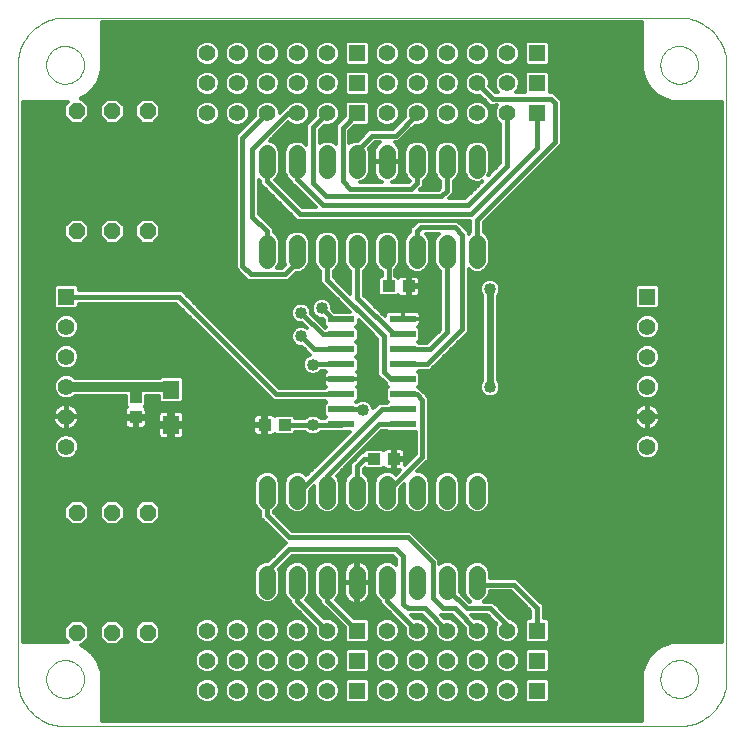
<source format=gtl>
G75*
G70*
%OFA0B0*%
%FSLAX24Y24*%
%IPPOS*%
%LPD*%
%AMOC8*
5,1,8,0,0,1.08239X$1,22.5*
%
%ADD10R,0.0555X0.0555*%
%ADD11C,0.0555*%
%ADD12R,0.0866X0.0236*%
%ADD13C,0.0560*%
%ADD14R,0.0433X0.0394*%
%ADD15R,0.0551X0.0630*%
%ADD16R,0.0394X0.0433*%
%ADD17OC8,0.0560*%
%ADD18C,0.0000*%
%ADD19C,0.0120*%
%ADD20C,0.0400*%
%ADD21C,0.0160*%
%ADD22C,0.0240*%
%ADD23C,0.0320*%
D10*
X019686Y004606D03*
X019686Y005606D03*
X019686Y006606D03*
X025686Y006606D03*
X025686Y005606D03*
X025686Y004606D03*
X029360Y017728D03*
X025686Y023850D03*
X025686Y024850D03*
X025686Y025850D03*
X019686Y025850D03*
X019686Y024850D03*
X019686Y023850D03*
X009990Y017728D03*
D11*
X009990Y016728D03*
X009990Y015728D03*
X009990Y014728D03*
X009990Y013728D03*
X009990Y012728D03*
X014686Y006606D03*
X015686Y006606D03*
X016686Y006606D03*
X017686Y006606D03*
X018686Y006606D03*
X018686Y005606D03*
X017686Y005606D03*
X016686Y005606D03*
X015686Y005606D03*
X014686Y005606D03*
X014686Y004606D03*
X015686Y004606D03*
X016686Y004606D03*
X017686Y004606D03*
X018686Y004606D03*
X020686Y004606D03*
X020686Y005606D03*
X021686Y005606D03*
X022686Y005606D03*
X022686Y004606D03*
X021686Y004606D03*
X023686Y004606D03*
X024686Y004606D03*
X024686Y005606D03*
X023686Y005606D03*
X023686Y006606D03*
X024686Y006606D03*
X022686Y006606D03*
X021686Y006606D03*
X020686Y006606D03*
X029360Y012728D03*
X029360Y013728D03*
X029360Y014728D03*
X029360Y015728D03*
X029360Y016728D03*
X024686Y023850D03*
X023686Y023850D03*
X022686Y023850D03*
X021686Y023850D03*
X020686Y023850D03*
X020686Y024850D03*
X021686Y024850D03*
X022686Y024850D03*
X023686Y024850D03*
X024686Y024850D03*
X024686Y025850D03*
X023686Y025850D03*
X022686Y025850D03*
X021686Y025850D03*
X020686Y025850D03*
X018686Y025850D03*
X017686Y025850D03*
X016686Y025850D03*
X015686Y025850D03*
X014686Y025850D03*
X014686Y024850D03*
X014686Y023850D03*
X015686Y023850D03*
X016686Y023850D03*
X016686Y024850D03*
X015686Y024850D03*
X017686Y024850D03*
X018686Y024850D03*
X018686Y023850D03*
X017686Y023850D03*
D12*
X019163Y016978D03*
X019163Y016478D03*
X019163Y015978D03*
X019163Y015478D03*
X019163Y014978D03*
X019163Y014478D03*
X019163Y013978D03*
X019163Y013478D03*
X021210Y013478D03*
X021210Y013978D03*
X021210Y014478D03*
X021210Y014978D03*
X021210Y015478D03*
X021210Y015978D03*
X021210Y016478D03*
X021210Y016978D03*
D13*
X021686Y018960D02*
X021686Y019520D01*
X022686Y019520D02*
X022686Y018960D01*
X023686Y018960D02*
X023686Y019520D01*
X020686Y019520D02*
X020686Y018960D01*
X019686Y018960D02*
X019686Y019520D01*
X018686Y019520D02*
X018686Y018960D01*
X017686Y018960D02*
X017686Y019520D01*
X016686Y019520D02*
X016686Y018960D01*
X016686Y021960D02*
X016686Y022520D01*
X017686Y022520D02*
X017686Y021960D01*
X018686Y021960D02*
X018686Y022520D01*
X019686Y022520D02*
X019686Y021960D01*
X020686Y021960D02*
X020686Y022520D01*
X021686Y022520D02*
X021686Y021960D01*
X022686Y021960D02*
X022686Y022520D01*
X023686Y022520D02*
X023686Y021960D01*
X023686Y011496D02*
X023686Y010936D01*
X022686Y010936D02*
X022686Y011496D01*
X021686Y011496D02*
X021686Y010936D01*
X020686Y010936D02*
X020686Y011496D01*
X019686Y011496D02*
X019686Y010936D01*
X018686Y010936D02*
X018686Y011496D01*
X017686Y011496D02*
X017686Y010936D01*
X016686Y010936D02*
X016686Y011496D01*
X016686Y008496D02*
X016686Y007936D01*
X017686Y007936D02*
X017686Y008496D01*
X018686Y008496D02*
X018686Y007936D01*
X019686Y007936D02*
X019686Y008496D01*
X020686Y008496D02*
X020686Y007936D01*
X021686Y007936D02*
X021686Y008496D01*
X022686Y008496D02*
X022686Y007936D01*
X023686Y007936D02*
X023686Y008496D01*
D14*
X020915Y012324D03*
X020246Y012324D03*
X017273Y013456D03*
X016604Y013456D03*
X020738Y018082D03*
X021407Y018082D03*
D15*
X013494Y014637D03*
X013494Y013456D03*
D16*
X012312Y013712D03*
X012312Y014381D03*
D17*
X012706Y010535D03*
X011525Y010535D03*
X010344Y010535D03*
X010344Y006535D03*
X011525Y006535D03*
X012706Y006535D03*
X012706Y019921D03*
X011525Y019921D03*
X010344Y019921D03*
X010344Y023921D03*
X011525Y023921D03*
X012706Y023921D03*
D18*
X008375Y025464D02*
X008375Y004991D01*
X008377Y004914D01*
X008383Y004837D01*
X008392Y004760D01*
X008405Y004684D01*
X008422Y004608D01*
X008443Y004534D01*
X008467Y004460D01*
X008495Y004388D01*
X008526Y004318D01*
X008561Y004249D01*
X008599Y004181D01*
X008640Y004116D01*
X008685Y004053D01*
X008733Y003992D01*
X008783Y003933D01*
X008836Y003877D01*
X008892Y003824D01*
X008951Y003774D01*
X009012Y003726D01*
X009075Y003681D01*
X009140Y003640D01*
X009208Y003602D01*
X009277Y003567D01*
X009347Y003536D01*
X009419Y003508D01*
X009493Y003484D01*
X009567Y003463D01*
X009643Y003446D01*
X009719Y003433D01*
X009796Y003424D01*
X009873Y003418D01*
X009950Y003416D01*
X009950Y003417D02*
X030423Y003417D01*
X030423Y003416D02*
X030500Y003418D01*
X030577Y003424D01*
X030654Y003433D01*
X030730Y003446D01*
X030806Y003463D01*
X030880Y003484D01*
X030954Y003508D01*
X031026Y003536D01*
X031096Y003567D01*
X031165Y003602D01*
X031233Y003640D01*
X031298Y003681D01*
X031361Y003726D01*
X031422Y003774D01*
X031481Y003824D01*
X031537Y003877D01*
X031590Y003933D01*
X031640Y003992D01*
X031688Y004053D01*
X031733Y004116D01*
X031774Y004181D01*
X031812Y004249D01*
X031847Y004318D01*
X031878Y004388D01*
X031906Y004460D01*
X031930Y004534D01*
X031951Y004608D01*
X031968Y004684D01*
X031981Y004760D01*
X031990Y004837D01*
X031996Y004914D01*
X031998Y004991D01*
X031997Y004991D02*
X031997Y025464D01*
X031998Y025464D02*
X031996Y025541D01*
X031990Y025618D01*
X031981Y025695D01*
X031968Y025771D01*
X031951Y025847D01*
X031930Y025921D01*
X031906Y025995D01*
X031878Y026067D01*
X031847Y026137D01*
X031812Y026206D01*
X031774Y026274D01*
X031733Y026339D01*
X031688Y026402D01*
X031640Y026463D01*
X031590Y026522D01*
X031537Y026578D01*
X031481Y026631D01*
X031422Y026681D01*
X031361Y026729D01*
X031298Y026774D01*
X031233Y026815D01*
X031165Y026853D01*
X031096Y026888D01*
X031026Y026919D01*
X030954Y026947D01*
X030880Y026971D01*
X030806Y026992D01*
X030730Y027009D01*
X030654Y027022D01*
X030577Y027031D01*
X030500Y027037D01*
X030423Y027039D01*
X009950Y027039D01*
X009873Y027037D01*
X009796Y027031D01*
X009719Y027022D01*
X009643Y027009D01*
X009567Y026992D01*
X009493Y026971D01*
X009419Y026947D01*
X009347Y026919D01*
X009277Y026888D01*
X009208Y026853D01*
X009140Y026815D01*
X009075Y026774D01*
X009012Y026729D01*
X008951Y026681D01*
X008892Y026631D01*
X008836Y026578D01*
X008783Y026522D01*
X008733Y026463D01*
X008685Y026402D01*
X008640Y026339D01*
X008599Y026274D01*
X008561Y026206D01*
X008526Y026137D01*
X008495Y026067D01*
X008467Y025995D01*
X008443Y025921D01*
X008422Y025847D01*
X008405Y025771D01*
X008392Y025695D01*
X008383Y025618D01*
X008377Y025541D01*
X008375Y025464D01*
X008377Y025541D01*
X008383Y025618D01*
X008392Y025695D01*
X008405Y025771D01*
X008422Y025847D01*
X008443Y025921D01*
X008467Y025995D01*
X008495Y026067D01*
X008526Y026137D01*
X008561Y026206D01*
X008599Y026274D01*
X008640Y026339D01*
X008685Y026402D01*
X008733Y026463D01*
X008783Y026522D01*
X008836Y026578D01*
X008892Y026631D01*
X008951Y026681D01*
X009012Y026729D01*
X009075Y026774D01*
X009140Y026815D01*
X009208Y026853D01*
X009277Y026888D01*
X009347Y026919D01*
X009419Y026947D01*
X009493Y026971D01*
X009567Y026992D01*
X009643Y027009D01*
X009719Y027022D01*
X009796Y027031D01*
X009873Y027037D01*
X009950Y027039D01*
X009320Y025464D02*
X009322Y025514D01*
X009328Y025564D01*
X009338Y025613D01*
X009352Y025661D01*
X009369Y025708D01*
X009390Y025753D01*
X009415Y025797D01*
X009443Y025838D01*
X009475Y025877D01*
X009509Y025914D01*
X009546Y025948D01*
X009586Y025978D01*
X009628Y026005D01*
X009672Y026029D01*
X009718Y026050D01*
X009765Y026066D01*
X009813Y026079D01*
X009863Y026088D01*
X009912Y026093D01*
X009963Y026094D01*
X010013Y026091D01*
X010062Y026084D01*
X010111Y026073D01*
X010159Y026058D01*
X010205Y026040D01*
X010250Y026018D01*
X010293Y025992D01*
X010334Y025963D01*
X010373Y025931D01*
X010409Y025896D01*
X010441Y025858D01*
X010471Y025818D01*
X010498Y025775D01*
X010521Y025731D01*
X010540Y025685D01*
X010556Y025637D01*
X010568Y025588D01*
X010576Y025539D01*
X010580Y025489D01*
X010580Y025439D01*
X010576Y025389D01*
X010568Y025340D01*
X010556Y025291D01*
X010540Y025243D01*
X010521Y025197D01*
X010498Y025153D01*
X010471Y025110D01*
X010441Y025070D01*
X010409Y025032D01*
X010373Y024997D01*
X010334Y024965D01*
X010293Y024936D01*
X010250Y024910D01*
X010205Y024888D01*
X010159Y024870D01*
X010111Y024855D01*
X010062Y024844D01*
X010013Y024837D01*
X009963Y024834D01*
X009912Y024835D01*
X009863Y024840D01*
X009813Y024849D01*
X009765Y024862D01*
X009718Y024878D01*
X009672Y024899D01*
X009628Y024923D01*
X009586Y024950D01*
X009546Y024980D01*
X009509Y025014D01*
X009475Y025051D01*
X009443Y025090D01*
X009415Y025131D01*
X009390Y025175D01*
X009369Y025220D01*
X009352Y025267D01*
X009338Y025315D01*
X009328Y025364D01*
X009322Y025414D01*
X009320Y025464D01*
X030423Y027039D02*
X030500Y027037D01*
X030577Y027031D01*
X030654Y027022D01*
X030730Y027009D01*
X030806Y026992D01*
X030880Y026971D01*
X030954Y026947D01*
X031026Y026919D01*
X031096Y026888D01*
X031165Y026853D01*
X031233Y026815D01*
X031298Y026774D01*
X031361Y026729D01*
X031422Y026681D01*
X031481Y026631D01*
X031537Y026578D01*
X031590Y026522D01*
X031640Y026463D01*
X031688Y026402D01*
X031733Y026339D01*
X031774Y026274D01*
X031812Y026206D01*
X031847Y026137D01*
X031878Y026067D01*
X031906Y025995D01*
X031930Y025921D01*
X031951Y025847D01*
X031968Y025771D01*
X031981Y025695D01*
X031990Y025618D01*
X031996Y025541D01*
X031998Y025464D01*
X029793Y025464D02*
X029795Y025514D01*
X029801Y025564D01*
X029811Y025613D01*
X029825Y025661D01*
X029842Y025708D01*
X029863Y025753D01*
X029888Y025797D01*
X029916Y025838D01*
X029948Y025877D01*
X029982Y025914D01*
X030019Y025948D01*
X030059Y025978D01*
X030101Y026005D01*
X030145Y026029D01*
X030191Y026050D01*
X030238Y026066D01*
X030286Y026079D01*
X030336Y026088D01*
X030385Y026093D01*
X030436Y026094D01*
X030486Y026091D01*
X030535Y026084D01*
X030584Y026073D01*
X030632Y026058D01*
X030678Y026040D01*
X030723Y026018D01*
X030766Y025992D01*
X030807Y025963D01*
X030846Y025931D01*
X030882Y025896D01*
X030914Y025858D01*
X030944Y025818D01*
X030971Y025775D01*
X030994Y025731D01*
X031013Y025685D01*
X031029Y025637D01*
X031041Y025588D01*
X031049Y025539D01*
X031053Y025489D01*
X031053Y025439D01*
X031049Y025389D01*
X031041Y025340D01*
X031029Y025291D01*
X031013Y025243D01*
X030994Y025197D01*
X030971Y025153D01*
X030944Y025110D01*
X030914Y025070D01*
X030882Y025032D01*
X030846Y024997D01*
X030807Y024965D01*
X030766Y024936D01*
X030723Y024910D01*
X030678Y024888D01*
X030632Y024870D01*
X030584Y024855D01*
X030535Y024844D01*
X030486Y024837D01*
X030436Y024834D01*
X030385Y024835D01*
X030336Y024840D01*
X030286Y024849D01*
X030238Y024862D01*
X030191Y024878D01*
X030145Y024899D01*
X030101Y024923D01*
X030059Y024950D01*
X030019Y024980D01*
X029982Y025014D01*
X029948Y025051D01*
X029916Y025090D01*
X029888Y025131D01*
X029863Y025175D01*
X029842Y025220D01*
X029825Y025267D01*
X029811Y025315D01*
X029801Y025364D01*
X029795Y025414D01*
X029793Y025464D01*
X031998Y004991D02*
X031996Y004914D01*
X031990Y004837D01*
X031981Y004760D01*
X031968Y004684D01*
X031951Y004608D01*
X031930Y004534D01*
X031906Y004460D01*
X031878Y004388D01*
X031847Y004318D01*
X031812Y004249D01*
X031774Y004181D01*
X031733Y004116D01*
X031688Y004053D01*
X031640Y003992D01*
X031590Y003933D01*
X031537Y003877D01*
X031481Y003824D01*
X031422Y003774D01*
X031361Y003726D01*
X031298Y003681D01*
X031233Y003640D01*
X031165Y003602D01*
X031096Y003567D01*
X031026Y003536D01*
X030954Y003508D01*
X030880Y003484D01*
X030806Y003463D01*
X030730Y003446D01*
X030654Y003433D01*
X030577Y003424D01*
X030500Y003418D01*
X030423Y003416D01*
X029793Y004991D02*
X029795Y005041D01*
X029801Y005091D01*
X029811Y005140D01*
X029825Y005188D01*
X029842Y005235D01*
X029863Y005280D01*
X029888Y005324D01*
X029916Y005365D01*
X029948Y005404D01*
X029982Y005441D01*
X030019Y005475D01*
X030059Y005505D01*
X030101Y005532D01*
X030145Y005556D01*
X030191Y005577D01*
X030238Y005593D01*
X030286Y005606D01*
X030336Y005615D01*
X030385Y005620D01*
X030436Y005621D01*
X030486Y005618D01*
X030535Y005611D01*
X030584Y005600D01*
X030632Y005585D01*
X030678Y005567D01*
X030723Y005545D01*
X030766Y005519D01*
X030807Y005490D01*
X030846Y005458D01*
X030882Y005423D01*
X030914Y005385D01*
X030944Y005345D01*
X030971Y005302D01*
X030994Y005258D01*
X031013Y005212D01*
X031029Y005164D01*
X031041Y005115D01*
X031049Y005066D01*
X031053Y005016D01*
X031053Y004966D01*
X031049Y004916D01*
X031041Y004867D01*
X031029Y004818D01*
X031013Y004770D01*
X030994Y004724D01*
X030971Y004680D01*
X030944Y004637D01*
X030914Y004597D01*
X030882Y004559D01*
X030846Y004524D01*
X030807Y004492D01*
X030766Y004463D01*
X030723Y004437D01*
X030678Y004415D01*
X030632Y004397D01*
X030584Y004382D01*
X030535Y004371D01*
X030486Y004364D01*
X030436Y004361D01*
X030385Y004362D01*
X030336Y004367D01*
X030286Y004376D01*
X030238Y004389D01*
X030191Y004405D01*
X030145Y004426D01*
X030101Y004450D01*
X030059Y004477D01*
X030019Y004507D01*
X029982Y004541D01*
X029948Y004578D01*
X029916Y004617D01*
X029888Y004658D01*
X029863Y004702D01*
X029842Y004747D01*
X029825Y004794D01*
X029811Y004842D01*
X029801Y004891D01*
X029795Y004941D01*
X029793Y004991D01*
X009950Y003416D02*
X009873Y003418D01*
X009796Y003424D01*
X009719Y003433D01*
X009643Y003446D01*
X009567Y003463D01*
X009493Y003484D01*
X009419Y003508D01*
X009347Y003536D01*
X009277Y003567D01*
X009208Y003602D01*
X009140Y003640D01*
X009075Y003681D01*
X009012Y003726D01*
X008951Y003774D01*
X008892Y003824D01*
X008836Y003877D01*
X008783Y003933D01*
X008733Y003992D01*
X008685Y004053D01*
X008640Y004116D01*
X008599Y004181D01*
X008561Y004249D01*
X008526Y004318D01*
X008495Y004388D01*
X008467Y004460D01*
X008443Y004534D01*
X008422Y004608D01*
X008405Y004684D01*
X008392Y004760D01*
X008383Y004837D01*
X008377Y004914D01*
X008375Y004991D01*
X009320Y004991D02*
X009322Y005041D01*
X009328Y005091D01*
X009338Y005140D01*
X009352Y005188D01*
X009369Y005235D01*
X009390Y005280D01*
X009415Y005324D01*
X009443Y005365D01*
X009475Y005404D01*
X009509Y005441D01*
X009546Y005475D01*
X009586Y005505D01*
X009628Y005532D01*
X009672Y005556D01*
X009718Y005577D01*
X009765Y005593D01*
X009813Y005606D01*
X009863Y005615D01*
X009912Y005620D01*
X009963Y005621D01*
X010013Y005618D01*
X010062Y005611D01*
X010111Y005600D01*
X010159Y005585D01*
X010205Y005567D01*
X010250Y005545D01*
X010293Y005519D01*
X010334Y005490D01*
X010373Y005458D01*
X010409Y005423D01*
X010441Y005385D01*
X010471Y005345D01*
X010498Y005302D01*
X010521Y005258D01*
X010540Y005212D01*
X010556Y005164D01*
X010568Y005115D01*
X010576Y005066D01*
X010580Y005016D01*
X010580Y004966D01*
X010576Y004916D01*
X010568Y004867D01*
X010556Y004818D01*
X010540Y004770D01*
X010521Y004724D01*
X010498Y004680D01*
X010471Y004637D01*
X010441Y004597D01*
X010409Y004559D01*
X010373Y004524D01*
X010334Y004492D01*
X010293Y004463D01*
X010250Y004437D01*
X010205Y004415D01*
X010159Y004397D01*
X010111Y004382D01*
X010062Y004371D01*
X010013Y004364D01*
X009963Y004361D01*
X009912Y004362D01*
X009863Y004367D01*
X009813Y004376D01*
X009765Y004389D01*
X009718Y004405D01*
X009672Y004426D01*
X009628Y004450D01*
X009586Y004477D01*
X009546Y004507D01*
X009509Y004541D01*
X009475Y004578D01*
X009443Y004617D01*
X009415Y004658D01*
X009390Y004702D01*
X009369Y004747D01*
X009352Y004794D01*
X009338Y004842D01*
X009328Y004891D01*
X009322Y004941D01*
X009320Y004991D01*
D19*
X010481Y006115D02*
X010518Y006115D01*
X010764Y006361D01*
X010764Y006709D01*
X010518Y006955D01*
X010170Y006955D01*
X009924Y006709D01*
X009924Y006361D01*
X010060Y006225D01*
X009977Y006231D01*
X009975Y006233D01*
X009952Y006233D01*
X009930Y006234D01*
X009928Y006233D01*
X008535Y006233D01*
X008535Y024223D01*
X009928Y024223D01*
X009930Y024221D01*
X009952Y024223D01*
X009975Y024223D01*
X009977Y024225D01*
X010060Y024231D01*
X009924Y024095D01*
X009924Y023747D01*
X010170Y023501D01*
X010518Y023501D01*
X010764Y023747D01*
X010764Y024095D01*
X010518Y024341D01*
X010481Y024341D01*
X010485Y024342D01*
X010487Y024346D01*
X010600Y024408D01*
X010605Y024407D01*
X010621Y024420D01*
X010639Y024430D01*
X010641Y024434D01*
X010744Y024511D01*
X010749Y024511D01*
X010763Y024526D01*
X010780Y024538D01*
X010780Y024543D01*
X010871Y024634D01*
X010876Y024635D01*
X010888Y024651D01*
X010903Y024666D01*
X010903Y024670D01*
X010980Y024773D01*
X010985Y024775D01*
X010994Y024793D01*
X011007Y024809D01*
X011006Y024814D01*
X011068Y024927D01*
X011072Y024929D01*
X011079Y024948D01*
X011089Y024966D01*
X011088Y024971D01*
X011133Y025091D01*
X011137Y025094D01*
X011141Y025114D01*
X011148Y025134D01*
X011146Y025138D01*
X011174Y025264D01*
X011177Y025267D01*
X011179Y025287D01*
X011183Y025307D01*
X011181Y025311D01*
X011190Y025437D01*
X011191Y025439D01*
X011191Y025462D01*
X011193Y025484D01*
X011191Y025486D01*
X011191Y026879D01*
X029182Y026879D01*
X029182Y025486D01*
X029180Y025484D01*
X029182Y025462D01*
X029182Y025439D01*
X029183Y025437D01*
X029192Y025311D01*
X029190Y025307D01*
X029194Y025287D01*
X029196Y025267D01*
X029199Y025264D01*
X029227Y025138D01*
X029225Y025134D01*
X029232Y025114D01*
X029236Y025094D01*
X029240Y025091D01*
X029285Y024971D01*
X029284Y024966D01*
X029294Y024948D01*
X029301Y024929D01*
X029305Y024927D01*
X029367Y024814D01*
X029366Y024809D01*
X029379Y024793D01*
X029388Y024775D01*
X029393Y024774D01*
X029470Y024670D01*
X029470Y024666D01*
X029485Y024651D01*
X029497Y024635D01*
X029502Y024634D01*
X029593Y024543D01*
X029593Y024538D01*
X029610Y024526D01*
X029624Y024511D01*
X029629Y024511D01*
X029732Y024434D01*
X029734Y024430D01*
X029751Y024420D01*
X029768Y024407D01*
X029773Y024408D01*
X029886Y024346D01*
X029888Y024342D01*
X029907Y024335D01*
X029925Y024325D01*
X029930Y024326D01*
X030050Y024281D01*
X030053Y024277D01*
X030073Y024273D01*
X030092Y024266D01*
X030097Y024268D01*
X030222Y024241D01*
X030226Y024237D01*
X030246Y024235D01*
X030266Y024231D01*
X030270Y024234D01*
X030396Y024225D01*
X030398Y024223D01*
X030421Y024223D01*
X030443Y024221D01*
X030445Y024223D01*
X031837Y024223D01*
X031837Y006233D01*
X030445Y006233D01*
X030443Y006234D01*
X030421Y006233D01*
X030398Y006233D01*
X030396Y006231D01*
X030270Y006222D01*
X030266Y006224D01*
X030246Y006220D01*
X030226Y006219D01*
X030222Y006215D01*
X030097Y006188D01*
X030092Y006190D01*
X030073Y006182D01*
X030053Y006178D01*
X030050Y006174D01*
X029930Y006129D01*
X029925Y006130D01*
X029907Y006120D01*
X029888Y006113D01*
X029886Y006109D01*
X029773Y006047D01*
X029768Y006048D01*
X029751Y006036D01*
X029734Y006026D01*
X029732Y006021D01*
X029629Y005944D01*
X029624Y005944D01*
X029610Y005929D01*
X029593Y005917D01*
X029593Y005912D01*
X029502Y005821D01*
X029497Y005821D01*
X029485Y005804D01*
X029470Y005790D01*
X029470Y005785D01*
X029393Y005682D01*
X029388Y005681D01*
X029379Y005663D01*
X029366Y005646D01*
X029367Y005641D01*
X029305Y005528D01*
X029301Y005526D01*
X029294Y005507D01*
X029284Y005489D01*
X029285Y005484D01*
X029240Y005364D01*
X029236Y005361D01*
X029232Y005341D01*
X029225Y005322D01*
X029227Y005317D01*
X029199Y005192D01*
X029196Y005189D01*
X029194Y005168D01*
X029190Y005148D01*
X029192Y005144D01*
X029183Y005018D01*
X029182Y005016D01*
X029182Y004994D01*
X029180Y004971D01*
X029182Y004969D01*
X029182Y003577D01*
X011191Y003577D01*
X011191Y004969D01*
X011193Y004971D01*
X011191Y004994D01*
X011191Y005016D01*
X011190Y005018D01*
X011181Y005144D01*
X011183Y005148D01*
X011179Y005168D01*
X011177Y005189D01*
X011174Y005192D01*
X011146Y005317D01*
X011148Y005322D01*
X011141Y005341D01*
X011137Y005361D01*
X011133Y005364D01*
X011088Y005484D01*
X011089Y005489D01*
X011079Y005507D01*
X011072Y005526D01*
X011068Y005528D01*
X011006Y005641D01*
X011007Y005646D01*
X010994Y005663D01*
X010985Y005681D01*
X010980Y005682D01*
X010903Y005785D01*
X010903Y005790D01*
X010888Y005804D01*
X010876Y005821D01*
X010871Y005821D01*
X010780Y005912D01*
X010780Y005917D01*
X010763Y005929D01*
X010749Y005944D01*
X010744Y005944D01*
X010641Y006021D01*
X010639Y006026D01*
X010621Y006036D01*
X010605Y006048D01*
X010600Y006047D01*
X010487Y006109D01*
X010485Y006113D01*
X010481Y006115D01*
X010546Y006143D02*
X011323Y006143D01*
X011351Y006115D02*
X011699Y006115D01*
X011945Y006361D01*
X011945Y006709D01*
X011699Y006955D01*
X011351Y006955D01*
X011105Y006709D01*
X011105Y006361D01*
X011351Y006115D01*
X011204Y006262D02*
X010665Y006262D01*
X010764Y006380D02*
X011105Y006380D01*
X011105Y006499D02*
X010764Y006499D01*
X010764Y006617D02*
X011105Y006617D01*
X011132Y006736D02*
X010737Y006736D01*
X010618Y006854D02*
X011251Y006854D01*
X011799Y006854D02*
X012432Y006854D01*
X012532Y006955D02*
X012286Y006709D01*
X012286Y006361D01*
X012532Y006115D01*
X012880Y006115D01*
X013126Y006361D01*
X013126Y006709D01*
X012880Y006955D01*
X012532Y006955D01*
X012313Y006736D02*
X011918Y006736D01*
X011945Y006617D02*
X012286Y006617D01*
X012286Y006499D02*
X011945Y006499D01*
X011945Y006380D02*
X012286Y006380D01*
X012385Y006262D02*
X011846Y006262D01*
X011727Y006143D02*
X012504Y006143D01*
X012908Y006143D02*
X029968Y006143D01*
X029733Y006025D02*
X010640Y006025D01*
X010786Y005906D02*
X014396Y005906D01*
X014450Y005960D02*
X014333Y005842D01*
X014269Y005689D01*
X014269Y005523D01*
X014333Y005369D01*
X014450Y005252D01*
X014603Y005188D01*
X014769Y005188D01*
X014923Y005252D01*
X015040Y005369D01*
X015104Y005523D01*
X015104Y005689D01*
X015040Y005842D01*
X014923Y005960D01*
X014769Y006023D01*
X014603Y006023D01*
X014450Y005960D01*
X014310Y005788D02*
X010903Y005788D01*
X010991Y005669D02*
X014269Y005669D01*
X014269Y005550D02*
X011056Y005550D01*
X011107Y005432D02*
X014306Y005432D01*
X014388Y005313D02*
X011147Y005313D01*
X011173Y005195D02*
X014587Y005195D01*
X014603Y005023D02*
X014450Y004960D01*
X014333Y004842D01*
X014269Y004689D01*
X014269Y004523D01*
X014333Y004369D01*
X014450Y004252D01*
X014603Y004188D01*
X014769Y004188D01*
X014923Y004252D01*
X015040Y004369D01*
X015104Y004523D01*
X015104Y004689D01*
X015040Y004842D01*
X014923Y004960D01*
X014769Y005023D01*
X014603Y005023D01*
X014448Y004958D02*
X011191Y004958D01*
X011185Y005076D02*
X029188Y005076D01*
X029182Y004958D02*
X026087Y004958D01*
X026104Y004941D02*
X026022Y005023D01*
X025351Y005023D01*
X025269Y004941D01*
X025269Y004270D01*
X025351Y004188D01*
X026022Y004188D01*
X026104Y004270D01*
X026104Y004941D01*
X026104Y004839D02*
X029182Y004839D01*
X029182Y004721D02*
X026104Y004721D01*
X026104Y004602D02*
X029182Y004602D01*
X029182Y004484D02*
X026104Y004484D01*
X026104Y004365D02*
X029182Y004365D01*
X029182Y004246D02*
X026080Y004246D01*
X025293Y004246D02*
X024910Y004246D01*
X024923Y004252D02*
X025040Y004369D01*
X025104Y004523D01*
X025104Y004689D01*
X025040Y004842D01*
X024923Y004960D01*
X024769Y005023D01*
X024603Y005023D01*
X024450Y004960D01*
X024333Y004842D01*
X024269Y004689D01*
X024269Y004523D01*
X024333Y004369D01*
X024450Y004252D01*
X024603Y004188D01*
X024769Y004188D01*
X024923Y004252D01*
X025036Y004365D02*
X025269Y004365D01*
X025269Y004484D02*
X025088Y004484D01*
X025104Y004602D02*
X025269Y004602D01*
X025269Y004721D02*
X025091Y004721D01*
X025042Y004839D02*
X025269Y004839D01*
X025286Y004958D02*
X024925Y004958D01*
X024786Y005195D02*
X025344Y005195D01*
X025351Y005188D02*
X026022Y005188D01*
X026104Y005270D01*
X026104Y005941D01*
X026022Y006023D01*
X025351Y006023D01*
X025269Y005941D01*
X025269Y005270D01*
X025351Y005188D01*
X025269Y005313D02*
X024985Y005313D01*
X025040Y005369D02*
X024923Y005252D01*
X024769Y005188D01*
X024603Y005188D01*
X024450Y005252D01*
X024333Y005369D01*
X024269Y005523D01*
X024269Y005689D01*
X024333Y005842D01*
X024450Y005960D01*
X024603Y006023D01*
X024769Y006023D01*
X024923Y005960D01*
X025040Y005842D01*
X025104Y005689D01*
X025104Y005523D01*
X025040Y005369D01*
X025066Y005432D02*
X025269Y005432D01*
X025269Y005550D02*
X025104Y005550D01*
X025104Y005669D02*
X025269Y005669D01*
X025269Y005788D02*
X025063Y005788D01*
X024976Y005906D02*
X025269Y005906D01*
X025351Y006188D02*
X026022Y006188D01*
X026104Y006270D01*
X026104Y006941D01*
X026022Y007023D01*
X025906Y007023D01*
X025906Y007274D01*
X025906Y007457D01*
X025131Y008232D01*
X025002Y008361D01*
X024106Y008361D01*
X024106Y008579D01*
X024042Y008734D01*
X023924Y008852D01*
X023770Y008916D01*
X023603Y008916D01*
X023449Y008852D01*
X023330Y008734D01*
X023266Y008579D01*
X023266Y007852D01*
X023330Y007698D01*
X023449Y007580D01*
X023464Y007574D01*
X023427Y007574D01*
X023106Y007894D01*
X023106Y008579D01*
X023042Y008734D01*
X022924Y008852D01*
X022770Y008916D01*
X022603Y008916D01*
X022449Y008852D01*
X022424Y008827D01*
X022424Y008970D01*
X022295Y009099D01*
X021588Y009807D01*
X021459Y009936D01*
X017522Y009936D01*
X016906Y010551D01*
X016906Y010572D01*
X016924Y010580D01*
X017042Y010698D01*
X017106Y010852D01*
X017106Y011579D01*
X017042Y011734D01*
X016924Y011852D01*
X016770Y011916D01*
X016603Y011916D01*
X016449Y011852D01*
X016330Y011734D01*
X016266Y011579D01*
X016266Y010852D01*
X016330Y010698D01*
X016449Y010580D01*
X016466Y010572D01*
X016466Y010551D01*
X016466Y010369D01*
X017316Y009519D01*
X016713Y008916D01*
X016603Y008916D01*
X016449Y008852D01*
X016330Y008734D01*
X016266Y008579D01*
X016266Y007852D01*
X016330Y007698D01*
X016449Y007580D01*
X016603Y007516D01*
X016770Y007516D01*
X016924Y007580D01*
X017042Y007698D01*
X017106Y007852D01*
X017106Y008579D01*
X017075Y008655D01*
X017522Y009102D01*
X020883Y009102D01*
X021000Y008985D01*
X021000Y008776D01*
X020924Y008852D01*
X020770Y008916D01*
X020603Y008916D01*
X020449Y008852D01*
X020330Y008734D01*
X020266Y008579D01*
X020266Y007852D01*
X020330Y007698D01*
X020449Y007580D01*
X020466Y007572D01*
X020466Y007515D01*
X021276Y006705D01*
X021269Y006689D01*
X021269Y006523D01*
X021333Y006369D01*
X021450Y006252D01*
X021603Y006188D01*
X021769Y006188D01*
X021923Y006252D01*
X022040Y006369D01*
X022104Y006523D01*
X022104Y006689D01*
X022040Y006842D01*
X021923Y006960D01*
X021769Y007023D01*
X021603Y007023D01*
X021587Y007016D01*
X021469Y007134D01*
X021847Y007134D01*
X022276Y006705D01*
X022269Y006689D01*
X022269Y006523D01*
X022333Y006369D01*
X022450Y006252D01*
X022603Y006188D01*
X022769Y006188D01*
X022923Y006252D01*
X023040Y006369D01*
X023104Y006523D01*
X023104Y006689D01*
X023040Y006842D01*
X022923Y006960D01*
X022769Y007023D01*
X022603Y007023D01*
X022587Y007016D01*
X022469Y007134D01*
X022847Y007134D01*
X023276Y006705D01*
X023269Y006689D01*
X023269Y006523D01*
X023333Y006369D01*
X023450Y006252D01*
X023603Y006188D01*
X023769Y006188D01*
X023923Y006252D01*
X024040Y006369D01*
X024104Y006523D01*
X024104Y006689D01*
X024040Y006842D01*
X023923Y006960D01*
X023769Y007023D01*
X023603Y007023D01*
X023587Y007016D01*
X023469Y007134D01*
X024032Y007134D01*
X024330Y006836D01*
X024269Y006689D01*
X024269Y006523D01*
X024333Y006369D01*
X024450Y006252D01*
X024603Y006188D01*
X024769Y006188D01*
X024923Y006252D01*
X025040Y006369D01*
X025104Y006523D01*
X025104Y006689D01*
X025040Y006842D01*
X024923Y006960D01*
X024769Y007023D01*
X024765Y007023D01*
X024343Y007445D01*
X024215Y007574D01*
X023909Y007574D01*
X023924Y007580D01*
X024042Y007698D01*
X024106Y007852D01*
X024106Y007921D01*
X024820Y007921D01*
X025466Y007274D01*
X025466Y007023D01*
X025351Y007023D01*
X025269Y006941D01*
X025269Y006270D01*
X025351Y006188D01*
X025277Y006262D02*
X024933Y006262D01*
X025045Y006380D02*
X025269Y006380D01*
X025269Y006499D02*
X025094Y006499D01*
X025104Y006617D02*
X025269Y006617D01*
X025269Y006736D02*
X025084Y006736D01*
X025028Y006854D02*
X025269Y006854D01*
X025301Y006973D02*
X024891Y006973D01*
X024697Y007092D02*
X025466Y007092D01*
X025466Y007210D02*
X024578Y007210D01*
X024460Y007329D02*
X025412Y007329D01*
X025294Y007447D02*
X024341Y007447D01*
X024223Y007566D02*
X025175Y007566D01*
X025057Y007684D02*
X024029Y007684D01*
X024086Y007803D02*
X024938Y007803D01*
X025205Y008158D02*
X031837Y008158D01*
X031837Y008040D02*
X025323Y008040D01*
X025442Y007921D02*
X031837Y007921D01*
X031837Y007803D02*
X025560Y007803D01*
X025679Y007684D02*
X031837Y007684D01*
X031837Y007566D02*
X025797Y007566D01*
X025906Y007447D02*
X031837Y007447D01*
X031837Y007329D02*
X025906Y007329D01*
X025906Y007210D02*
X031837Y007210D01*
X031837Y007092D02*
X025906Y007092D01*
X026072Y006973D02*
X031837Y006973D01*
X031837Y006854D02*
X026104Y006854D01*
X026104Y006736D02*
X031837Y006736D01*
X031837Y006617D02*
X026104Y006617D01*
X026104Y006499D02*
X031837Y006499D01*
X031837Y006380D02*
X026104Y006380D01*
X026095Y006262D02*
X031837Y006262D01*
X031837Y008277D02*
X025086Y008277D01*
X024106Y008396D02*
X031837Y008396D01*
X031837Y008514D02*
X024106Y008514D01*
X024084Y008633D02*
X031837Y008633D01*
X031837Y008751D02*
X024025Y008751D01*
X023881Y008870D02*
X031837Y008870D01*
X031837Y008988D02*
X022406Y008988D01*
X022424Y008870D02*
X022491Y008870D01*
X022288Y009107D02*
X031837Y009107D01*
X031837Y009225D02*
X022169Y009225D01*
X022051Y009344D02*
X031837Y009344D01*
X031837Y009462D02*
X021932Y009462D01*
X021814Y009581D02*
X031837Y009581D01*
X031837Y009699D02*
X021695Y009699D01*
X021576Y009818D02*
X031837Y009818D01*
X031837Y009937D02*
X017521Y009937D01*
X017402Y010055D02*
X031837Y010055D01*
X031837Y010174D02*
X017284Y010174D01*
X017165Y010292D02*
X031837Y010292D01*
X031837Y010411D02*
X017047Y010411D01*
X016928Y010529D02*
X017571Y010529D01*
X017603Y010516D02*
X017770Y010516D01*
X017924Y010580D01*
X018042Y010698D01*
X018106Y010852D01*
X018106Y011262D01*
X018266Y011422D01*
X018266Y010852D01*
X018330Y010698D01*
X018449Y010580D01*
X018603Y010516D01*
X018770Y010516D01*
X018924Y010580D01*
X019042Y010698D01*
X019106Y010852D01*
X019106Y011579D01*
X019042Y011734D01*
X019007Y011769D01*
X020496Y013258D01*
X020681Y013258D01*
X020719Y013220D01*
X021640Y013220D01*
X021640Y012480D01*
X021291Y012132D01*
X021291Y012286D01*
X020953Y012286D01*
X020953Y012285D02*
X020953Y011967D01*
X021127Y011967D01*
X020968Y011808D01*
X020924Y011852D01*
X020770Y011916D01*
X020603Y011916D01*
X020449Y011852D01*
X020330Y011734D01*
X020266Y011579D01*
X020266Y010852D01*
X020330Y010698D01*
X020449Y010580D01*
X020603Y010516D01*
X020770Y010516D01*
X020924Y010580D01*
X021042Y010698D01*
X021106Y010852D01*
X021106Y011325D01*
X021266Y011485D01*
X021266Y010852D01*
X021330Y010698D01*
X021449Y010580D01*
X021603Y010516D01*
X021770Y010516D01*
X021924Y010580D01*
X022042Y010698D01*
X022106Y010852D01*
X022106Y011579D01*
X022042Y011734D01*
X021924Y011852D01*
X021770Y011916D01*
X021697Y011916D01*
X022080Y012298D01*
X022080Y012480D01*
X022080Y014384D01*
X021951Y014513D01*
X021766Y014698D01*
X021739Y014698D01*
X021709Y014728D01*
X021783Y014802D01*
X021783Y015154D01*
X021709Y015228D01*
X021739Y015258D01*
X021920Y015258D01*
X022102Y015258D01*
X023280Y016435D01*
X023408Y016564D01*
X023408Y018644D01*
X023449Y018603D01*
X023603Y018540D01*
X023770Y018540D01*
X023924Y018603D01*
X024042Y018722D01*
X024106Y018876D01*
X024106Y019603D01*
X024042Y019757D01*
X023924Y019876D01*
X023906Y019883D01*
X023906Y020211D01*
X026380Y022685D01*
X026509Y022814D01*
X026509Y024093D01*
X026509Y024276D01*
X026361Y024423D01*
X026232Y024552D01*
X026104Y024552D01*
X026104Y025185D01*
X026022Y025267D01*
X025351Y025267D01*
X025269Y025185D01*
X025269Y024552D01*
X024979Y024552D01*
X025040Y024613D01*
X025104Y024767D01*
X025104Y024933D01*
X025040Y025086D01*
X024923Y025204D01*
X024769Y025267D01*
X024603Y025267D01*
X024450Y025204D01*
X024333Y025086D01*
X024269Y024933D01*
X024269Y024767D01*
X024333Y024613D01*
X024394Y024552D01*
X024313Y024552D01*
X024295Y024552D01*
X024097Y024750D01*
X024104Y024767D01*
X024104Y024933D01*
X024040Y025086D01*
X023923Y025204D01*
X023769Y025267D01*
X023603Y025267D01*
X023450Y025204D01*
X023333Y025086D01*
X023269Y024933D01*
X023269Y024767D01*
X023333Y024613D01*
X023450Y024496D01*
X023603Y024432D01*
X023769Y024432D01*
X023786Y024439D01*
X023993Y024232D01*
X024122Y024103D01*
X024304Y024103D01*
X024313Y024112D01*
X024358Y024112D01*
X024333Y024086D01*
X024269Y023933D01*
X024269Y023767D01*
X024333Y023613D01*
X024450Y023496D01*
X024466Y023489D01*
X024466Y022181D01*
X024067Y021782D01*
X024106Y021876D01*
X024106Y022603D01*
X024042Y022757D01*
X023924Y022876D01*
X023770Y022939D01*
X023603Y022939D01*
X023449Y022876D01*
X023330Y022757D01*
X023266Y022603D01*
X023266Y021876D01*
X023330Y021722D01*
X023449Y021603D01*
X023603Y021540D01*
X023770Y021540D01*
X023864Y021578D01*
X023294Y021009D01*
X022735Y021009D01*
X022906Y021180D01*
X022906Y021362D01*
X022906Y021596D01*
X022924Y021603D01*
X023042Y021722D01*
X023106Y021876D01*
X023106Y022603D01*
X023042Y022757D01*
X022924Y022876D01*
X022770Y022939D01*
X022603Y022939D01*
X022449Y022876D01*
X022330Y022757D01*
X022266Y022603D01*
X022266Y021876D01*
X022330Y021722D01*
X022449Y021603D01*
X022466Y021596D01*
X022466Y021362D01*
X022408Y021304D01*
X021775Y021304D01*
X021906Y021436D01*
X021906Y021596D01*
X021924Y021603D01*
X022042Y021722D01*
X022106Y021876D01*
X022106Y022603D01*
X022042Y022757D01*
X021924Y022876D01*
X021770Y022939D01*
X021603Y022939D01*
X021449Y022876D01*
X021330Y022757D01*
X021266Y022603D01*
X021266Y021876D01*
X021330Y021722D01*
X021449Y021603D01*
X021451Y021602D01*
X021398Y021550D01*
X020850Y021550D01*
X020855Y021552D01*
X020917Y021583D01*
X020973Y021624D01*
X021022Y021673D01*
X021063Y021729D01*
X021094Y021791D01*
X021302Y021791D01*
X021266Y021909D02*
X021124Y021909D01*
X021126Y021925D02*
X021126Y022219D01*
X020707Y022219D01*
X020707Y022260D01*
X021126Y022260D01*
X021126Y022554D01*
X021116Y022623D01*
X021094Y022688D01*
X021063Y022750D01*
X021022Y022806D01*
X020973Y022855D01*
X020936Y022882D01*
X021065Y022882D01*
X021194Y023011D01*
X021615Y023432D01*
X021769Y023432D01*
X021923Y023496D01*
X022040Y023613D01*
X022104Y023767D01*
X022104Y023933D01*
X022040Y024086D01*
X021923Y024204D01*
X021769Y024267D01*
X021603Y024267D01*
X021450Y024204D01*
X021333Y024086D01*
X021269Y023933D01*
X021269Y023767D01*
X021286Y023725D01*
X020883Y023322D01*
X020095Y023322D01*
X019966Y023193D01*
X019713Y022939D01*
X019603Y022939D01*
X019449Y022876D01*
X019422Y022849D01*
X019422Y023274D01*
X019580Y023432D01*
X020022Y023432D01*
X020104Y023514D01*
X020104Y024185D01*
X020022Y024267D01*
X019351Y024267D01*
X019269Y024185D01*
X019269Y023743D01*
X019111Y023585D01*
X018982Y023457D01*
X018982Y022818D01*
X018924Y022876D01*
X018770Y022939D01*
X018603Y022939D01*
X018449Y022876D01*
X018438Y022865D01*
X018438Y023290D01*
X018587Y023439D01*
X018603Y023432D01*
X018769Y023432D01*
X018923Y023496D01*
X019040Y023613D01*
X019104Y023767D01*
X019104Y023933D01*
X019040Y024086D01*
X018923Y024204D01*
X018769Y024267D01*
X018603Y024267D01*
X018450Y024204D01*
X018333Y024086D01*
X018269Y023933D01*
X018269Y023767D01*
X018276Y023750D01*
X017998Y023472D01*
X017998Y023290D01*
X017998Y022802D01*
X017924Y022876D01*
X017770Y022939D01*
X017603Y022939D01*
X017449Y022876D01*
X017330Y022757D01*
X017266Y022603D01*
X017266Y021876D01*
X017330Y021722D01*
X017449Y021603D01*
X017466Y021596D01*
X017466Y021574D01*
X018327Y020713D01*
X017866Y020713D01*
X016950Y021629D01*
X017042Y021722D01*
X017106Y021876D01*
X017106Y022603D01*
X017042Y022757D01*
X016924Y022876D01*
X016786Y022933D01*
X017399Y023547D01*
X017450Y023496D01*
X017603Y023432D01*
X017769Y023432D01*
X017923Y023496D01*
X018040Y023613D01*
X018104Y023767D01*
X018104Y023933D01*
X018040Y024086D01*
X017923Y024204D01*
X017769Y024267D01*
X017603Y024267D01*
X017450Y024204D01*
X017333Y024086D01*
X017326Y024070D01*
X017300Y024070D01*
X017104Y023874D01*
X017104Y023933D01*
X017040Y024086D01*
X016923Y024204D01*
X016769Y024267D01*
X016603Y024267D01*
X016450Y024204D01*
X016333Y024086D01*
X016269Y023933D01*
X016269Y023767D01*
X016276Y023750D01*
X015765Y023239D01*
X015636Y023110D01*
X015636Y018680D01*
X015765Y018551D01*
X016060Y018256D01*
X016242Y018256D01*
X017374Y018256D01*
X017503Y018385D01*
X017658Y018540D01*
X017770Y018540D01*
X017924Y018603D01*
X018042Y018722D01*
X018106Y018876D01*
X018106Y019603D01*
X018042Y019757D01*
X017924Y019876D01*
X017770Y019939D01*
X017603Y019939D01*
X017449Y019876D01*
X017330Y019757D01*
X017266Y019603D01*
X017266Y018876D01*
X017297Y018801D01*
X017192Y018696D01*
X017017Y018696D01*
X017042Y018722D01*
X017106Y018876D01*
X017106Y019603D01*
X017042Y019757D01*
X016924Y019876D01*
X016906Y019883D01*
X016906Y020000D01*
X016420Y020486D01*
X016420Y021632D01*
X016449Y021603D01*
X016466Y021596D01*
X016466Y021491D01*
X017555Y020402D01*
X017684Y020273D01*
X023393Y020273D01*
X023466Y020273D01*
X023466Y020211D01*
X023466Y019883D01*
X023449Y019876D01*
X023408Y019835D01*
X023408Y019896D01*
X023162Y020142D01*
X023033Y020271D01*
X021902Y020271D01*
X021719Y020271D01*
X021466Y020018D01*
X021466Y019883D01*
X021449Y019876D01*
X021330Y019757D01*
X021266Y019603D01*
X021266Y018876D01*
X021330Y018722D01*
X021449Y018603D01*
X021603Y018540D01*
X021770Y018540D01*
X021924Y018603D01*
X022042Y018722D01*
X022106Y018876D01*
X022106Y019603D01*
X022042Y019757D01*
X021969Y019831D01*
X022404Y019831D01*
X022330Y019757D01*
X022266Y019603D01*
X022266Y018876D01*
X022330Y018722D01*
X022449Y018603D01*
X022466Y018596D01*
X022466Y016638D01*
X022026Y016198D01*
X021739Y016198D01*
X021709Y016228D01*
X021783Y016302D01*
X021783Y016654D01*
X021719Y016718D01*
X021741Y016732D01*
X021771Y016761D01*
X021792Y016798D01*
X021803Y016839D01*
X021803Y016977D01*
X021210Y016977D01*
X021210Y016978D01*
X021210Y017256D01*
X020756Y017256D01*
X020715Y017245D01*
X020679Y017224D01*
X020649Y017194D01*
X020628Y017158D01*
X020617Y017117D01*
X020617Y017077D01*
X019906Y017787D01*
X019906Y018596D01*
X019924Y018603D01*
X020042Y018722D01*
X020106Y018876D01*
X020106Y019603D01*
X020042Y019757D01*
X019924Y019876D01*
X019770Y019939D01*
X019603Y019939D01*
X019449Y019876D01*
X019330Y019757D01*
X019266Y019603D01*
X019266Y018876D01*
X019330Y018722D01*
X019449Y018603D01*
X019466Y018596D01*
X019466Y017834D01*
X018906Y018394D01*
X018906Y018596D01*
X018924Y018603D01*
X019042Y018722D01*
X019106Y018876D01*
X019106Y019603D01*
X019042Y019757D01*
X018924Y019876D01*
X018770Y019939D01*
X018603Y019939D01*
X018449Y019876D01*
X018330Y019757D01*
X018266Y019603D01*
X018266Y018876D01*
X018330Y018722D01*
X018449Y018603D01*
X018466Y018596D01*
X018466Y018394D01*
X018466Y018211D01*
X019442Y017236D01*
X018932Y017236D01*
X018853Y017315D01*
X018853Y017411D01*
X018801Y017536D01*
X018706Y017632D01*
X018581Y017684D01*
X018446Y017684D01*
X018321Y017632D01*
X018225Y017536D01*
X018173Y017411D01*
X018173Y017276D01*
X018225Y017151D01*
X018321Y017056D01*
X018446Y017004D01*
X018542Y017004D01*
X018590Y016956D01*
X018590Y016802D01*
X018664Y016728D01*
X018634Y016698D01*
X018164Y017167D01*
X018164Y017264D01*
X018112Y017389D01*
X018017Y017484D01*
X017892Y017536D01*
X017757Y017536D01*
X017632Y017484D01*
X017536Y017389D01*
X017484Y017264D01*
X017484Y017129D01*
X017536Y017004D01*
X017632Y016908D01*
X017757Y016856D01*
X017853Y016856D01*
X018009Y016700D01*
X017892Y016749D01*
X017757Y016749D01*
X017632Y016697D01*
X017536Y016601D01*
X017484Y016476D01*
X017484Y016341D01*
X017536Y016216D01*
X017632Y016121D01*
X017757Y016069D01*
X017853Y016069D01*
X018121Y015801D01*
X018025Y015762D01*
X017930Y015666D01*
X017878Y015541D01*
X017878Y015406D01*
X017930Y015281D01*
X018025Y015186D01*
X018150Y015134D01*
X018286Y015134D01*
X018411Y015186D01*
X018483Y015258D01*
X018634Y015258D01*
X018654Y015237D01*
X018631Y015224D01*
X018602Y015194D01*
X018581Y015158D01*
X018570Y015117D01*
X018570Y014978D01*
X019162Y014978D01*
X019162Y014977D01*
X018570Y014977D01*
X018570Y014839D01*
X018581Y014798D01*
X018602Y014761D01*
X018631Y014732D01*
X018654Y014718D01*
X018634Y014698D01*
X017091Y014698D01*
X013841Y017948D01*
X013658Y017948D01*
X010407Y017948D01*
X010407Y018063D01*
X010325Y018145D01*
X009654Y018145D01*
X009572Y018063D01*
X009572Y017392D01*
X009654Y017310D01*
X010325Y017310D01*
X010407Y017392D01*
X010407Y017508D01*
X013658Y017508D01*
X016908Y014258D01*
X017091Y014258D01*
X018634Y014258D01*
X018664Y014228D01*
X018590Y014154D01*
X018590Y013802D01*
X018664Y013728D01*
X018612Y013676D01*
X018479Y013676D01*
X018411Y013744D01*
X018286Y013796D01*
X018150Y013796D01*
X018025Y013744D01*
X017957Y013676D01*
X017630Y013676D01*
X017630Y013711D01*
X017548Y013793D01*
X016999Y013793D01*
X016951Y013746D01*
X016948Y013751D01*
X016919Y013781D01*
X016882Y013802D01*
X016841Y013813D01*
X016642Y013813D01*
X016642Y013495D01*
X016565Y013495D01*
X016565Y013813D01*
X016366Y013813D01*
X016325Y013802D01*
X016289Y013781D01*
X016259Y013751D01*
X016238Y013715D01*
X016227Y013674D01*
X016227Y013494D01*
X016565Y013494D01*
X016565Y013418D01*
X016227Y013418D01*
X016227Y013238D01*
X016238Y013197D01*
X016259Y013161D01*
X016289Y013131D01*
X016325Y013110D01*
X016366Y013099D01*
X016565Y013099D01*
X016565Y013417D01*
X016642Y013417D01*
X016642Y013099D01*
X016841Y013099D01*
X016882Y013110D01*
X016919Y013131D01*
X016948Y013161D01*
X016951Y013166D01*
X016999Y013119D01*
X017548Y013119D01*
X017630Y013201D01*
X017630Y013236D01*
X017957Y013236D01*
X018025Y013168D01*
X018150Y013116D01*
X018286Y013116D01*
X018411Y013168D01*
X018479Y013236D01*
X018655Y013236D01*
X018672Y013220D01*
X019442Y013220D01*
X017999Y011777D01*
X017924Y011852D01*
X017770Y011916D01*
X017603Y011916D01*
X017449Y011852D01*
X017330Y011734D01*
X017266Y011579D01*
X017266Y010852D01*
X017330Y010698D01*
X017449Y010580D01*
X017603Y010516D01*
X017802Y010529D02*
X018571Y010529D01*
X018381Y010648D02*
X017992Y010648D01*
X018071Y010766D02*
X018302Y010766D01*
X018266Y010885D02*
X018106Y010885D01*
X018106Y011003D02*
X018266Y011003D01*
X018266Y011122D02*
X018106Y011122D01*
X018106Y011241D02*
X018266Y011241D01*
X018266Y011359D02*
X018204Y011359D01*
X018056Y011833D02*
X017943Y011833D01*
X018174Y011952D02*
X008535Y011952D01*
X008535Y012070D02*
X018293Y012070D01*
X018411Y012189D02*
X008535Y012189D01*
X008535Y012307D02*
X018530Y012307D01*
X018648Y012426D02*
X010278Y012426D01*
X010226Y012374D02*
X010344Y012491D01*
X010407Y012645D01*
X010407Y012811D01*
X010344Y012964D01*
X010226Y013082D01*
X010073Y013145D01*
X009907Y013145D01*
X009753Y013082D01*
X009636Y012964D01*
X009572Y012811D01*
X009572Y012645D01*
X009636Y012491D01*
X009753Y012374D01*
X009907Y012310D01*
X010073Y012310D01*
X010226Y012374D01*
X010366Y012545D02*
X018767Y012545D01*
X018886Y012663D02*
X010407Y012663D01*
X010407Y012782D02*
X019004Y012782D01*
X019123Y012900D02*
X010370Y012900D01*
X010289Y013019D02*
X013114Y013019D01*
X013120Y013013D02*
X013156Y012992D01*
X013197Y012981D01*
X013434Y012981D01*
X013434Y013396D01*
X013553Y013396D01*
X013553Y012981D01*
X013790Y012981D01*
X013831Y012992D01*
X013867Y013013D01*
X013897Y013043D01*
X013918Y013079D01*
X013929Y013120D01*
X013929Y013396D01*
X013554Y013396D01*
X013554Y013516D01*
X013929Y013516D01*
X013929Y013792D01*
X013918Y013833D01*
X013897Y013869D01*
X013867Y013899D01*
X013831Y013920D01*
X013790Y013931D01*
X013553Y013931D01*
X013553Y013516D01*
X013434Y013516D01*
X013434Y013931D01*
X013197Y013931D01*
X013156Y013920D01*
X013120Y013899D01*
X013090Y013869D01*
X013069Y013833D01*
X013058Y013792D01*
X013058Y013516D01*
X013433Y013516D01*
X013433Y013396D01*
X013058Y013396D01*
X013058Y013120D01*
X013069Y013079D01*
X013090Y013043D01*
X013120Y013013D01*
X013058Y013137D02*
X010092Y013137D01*
X010092Y013301D02*
X010158Y013322D01*
X010219Y013354D01*
X010275Y013394D01*
X010323Y013443D01*
X010364Y013498D01*
X010395Y013560D01*
X010416Y013625D01*
X010427Y013693D01*
X010427Y013709D01*
X010009Y013709D01*
X010009Y013746D01*
X010427Y013746D01*
X010427Y013762D01*
X010416Y013830D01*
X010395Y013896D01*
X010364Y013957D01*
X010323Y014013D01*
X010275Y014061D01*
X010219Y014102D01*
X010158Y014133D01*
X010092Y014154D01*
X010024Y014165D01*
X010008Y014165D01*
X010008Y013747D01*
X009971Y013747D01*
X009971Y014165D01*
X009955Y014165D01*
X009887Y014154D01*
X009822Y014133D01*
X009760Y014102D01*
X009705Y014061D01*
X009656Y014013D01*
X009615Y013957D01*
X009584Y013896D01*
X009563Y013830D01*
X009552Y013762D01*
X009552Y013746D01*
X009971Y013746D01*
X009971Y013709D01*
X010008Y013709D01*
X010008Y013290D01*
X010024Y013290D01*
X010092Y013301D01*
X010008Y013374D02*
X009971Y013374D01*
X009971Y013290D02*
X009971Y013709D01*
X009552Y013709D01*
X009552Y013693D01*
X009563Y013625D01*
X009584Y013560D01*
X009615Y013498D01*
X009656Y013443D01*
X009705Y013394D01*
X009760Y013354D01*
X009822Y013322D01*
X009887Y013301D01*
X009955Y013290D01*
X009971Y013290D01*
X009887Y013137D02*
X008535Y013137D01*
X008535Y013019D02*
X009690Y013019D01*
X009609Y012900D02*
X008535Y012900D01*
X008535Y012782D02*
X009572Y012782D01*
X009572Y012663D02*
X008535Y012663D01*
X008535Y012545D02*
X009614Y012545D01*
X009701Y012426D02*
X008535Y012426D01*
X008535Y011833D02*
X016430Y011833D01*
X016323Y011715D02*
X008535Y011715D01*
X008535Y011596D02*
X016273Y011596D01*
X016266Y011478D02*
X008535Y011478D01*
X008535Y011359D02*
X016266Y011359D01*
X016266Y011241D02*
X008535Y011241D01*
X008535Y011122D02*
X016266Y011122D01*
X016266Y011003D02*
X008535Y011003D01*
X008535Y010885D02*
X010100Y010885D01*
X010170Y010955D02*
X009924Y010709D01*
X009924Y010361D01*
X010170Y010115D01*
X010518Y010115D01*
X010764Y010361D01*
X010764Y010709D01*
X010518Y010955D01*
X010170Y010955D01*
X009982Y010766D02*
X008535Y010766D01*
X008535Y010648D02*
X009924Y010648D01*
X009924Y010529D02*
X008535Y010529D01*
X008535Y010411D02*
X009924Y010411D01*
X009993Y010292D02*
X008535Y010292D01*
X008535Y010174D02*
X010111Y010174D01*
X010577Y010174D02*
X011292Y010174D01*
X011351Y010115D02*
X011699Y010115D01*
X011945Y010361D01*
X011945Y010709D01*
X011699Y010955D01*
X011351Y010955D01*
X011105Y010709D01*
X011105Y010361D01*
X011351Y010115D01*
X011174Y010292D02*
X010695Y010292D01*
X010764Y010411D02*
X011105Y010411D01*
X011105Y010529D02*
X010764Y010529D01*
X010764Y010648D02*
X011105Y010648D01*
X011163Y010766D02*
X010706Y010766D01*
X010588Y010885D02*
X011281Y010885D01*
X011769Y010885D02*
X012462Y010885D01*
X012532Y010955D02*
X012286Y010709D01*
X012286Y010361D01*
X012532Y010115D01*
X012880Y010115D01*
X013126Y010361D01*
X013126Y010709D01*
X012880Y010955D01*
X012532Y010955D01*
X012344Y010766D02*
X011887Y010766D01*
X011945Y010648D02*
X012286Y010648D01*
X012286Y010529D02*
X011945Y010529D01*
X011945Y010411D02*
X012286Y010411D01*
X012355Y010292D02*
X011876Y010292D01*
X011758Y010174D02*
X012473Y010174D01*
X012939Y010174D02*
X016662Y010174D01*
X016543Y010292D02*
X013057Y010292D01*
X013126Y010411D02*
X016466Y010411D01*
X016466Y010529D02*
X013126Y010529D01*
X013126Y010648D02*
X016381Y010648D01*
X016302Y010766D02*
X013068Y010766D01*
X012950Y010885D02*
X016266Y010885D01*
X016992Y010648D02*
X017381Y010648D01*
X017302Y010766D02*
X017071Y010766D01*
X017106Y010885D02*
X017266Y010885D01*
X017266Y011003D02*
X017106Y011003D01*
X017106Y011122D02*
X017266Y011122D01*
X017266Y011241D02*
X017106Y011241D01*
X017106Y011359D02*
X017266Y011359D01*
X017266Y011478D02*
X017106Y011478D01*
X017099Y011596D02*
X017273Y011596D01*
X017323Y011715D02*
X017050Y011715D01*
X016943Y011833D02*
X017430Y011833D01*
X019050Y011715D02*
X019323Y011715D01*
X019330Y011734D02*
X019266Y011579D01*
X019266Y010852D01*
X019330Y010698D01*
X019449Y010580D01*
X019603Y010516D01*
X019770Y010516D01*
X019924Y010580D01*
X020042Y010698D01*
X020106Y010852D01*
X020106Y011579D01*
X020042Y011734D01*
X019924Y011852D01*
X019906Y011859D01*
X019906Y011987D01*
X019939Y012019D01*
X019971Y011987D01*
X020520Y011987D01*
X020567Y012034D01*
X020570Y012029D01*
X020600Y011999D01*
X020636Y011978D01*
X020677Y011967D01*
X020876Y011967D01*
X020876Y012285D01*
X020953Y012285D01*
X020953Y012286D02*
X020953Y012363D01*
X020876Y012363D01*
X020876Y012681D01*
X020677Y012681D01*
X020636Y012670D01*
X020600Y012649D01*
X020570Y012619D01*
X020567Y012614D01*
X020520Y012661D01*
X019971Y012661D01*
X019889Y012579D01*
X019889Y012544D01*
X019841Y012544D01*
X019595Y012298D01*
X019466Y012169D01*
X019466Y011859D01*
X019449Y011852D01*
X019330Y011734D01*
X019430Y011833D02*
X019072Y011833D01*
X019190Y011952D02*
X019466Y011952D01*
X019466Y012070D02*
X019309Y012070D01*
X019427Y012189D02*
X019486Y012189D01*
X019546Y012307D02*
X019605Y012307D01*
X019664Y012426D02*
X019723Y012426D01*
X019783Y012545D02*
X019889Y012545D01*
X019901Y012663D02*
X020624Y012663D01*
X020876Y012663D02*
X020953Y012663D01*
X020953Y012681D02*
X020953Y012363D01*
X021291Y012363D01*
X021291Y012542D01*
X021280Y012583D01*
X021259Y012619D01*
X021230Y012649D01*
X021193Y012670D01*
X021152Y012681D01*
X020953Y012681D01*
X020953Y012545D02*
X020876Y012545D01*
X020876Y012426D02*
X020953Y012426D01*
X020953Y012307D02*
X021467Y012307D01*
X021348Y012189D02*
X021291Y012189D01*
X021291Y012426D02*
X021585Y012426D01*
X021640Y012545D02*
X021291Y012545D01*
X021205Y012663D02*
X021640Y012663D01*
X021640Y012782D02*
X020020Y012782D01*
X020139Y012900D02*
X021640Y012900D01*
X021640Y013019D02*
X020257Y013019D01*
X020376Y013137D02*
X021640Y013137D01*
X022080Y013137D02*
X029258Y013137D01*
X029277Y013145D02*
X029123Y013082D01*
X029006Y012964D01*
X028942Y012811D01*
X028942Y012645D01*
X029006Y012491D01*
X029123Y012374D01*
X029277Y012310D01*
X029443Y012310D01*
X029596Y012374D01*
X029714Y012491D01*
X029777Y012645D01*
X029777Y012811D01*
X029714Y012964D01*
X029596Y013082D01*
X029443Y013145D01*
X029277Y013145D01*
X029325Y013290D02*
X029257Y013301D01*
X029192Y013322D01*
X029130Y013354D01*
X029075Y013394D01*
X029026Y013443D01*
X028986Y013498D01*
X028954Y013560D01*
X028933Y013625D01*
X028922Y013693D01*
X028922Y013709D01*
X029341Y013709D01*
X029341Y013746D01*
X028922Y013746D01*
X028922Y013762D01*
X028933Y013830D01*
X028954Y013896D01*
X028986Y013957D01*
X029026Y014013D01*
X029075Y014061D01*
X029130Y014102D01*
X029192Y014133D01*
X029257Y014154D01*
X029325Y014165D01*
X029341Y014165D01*
X029341Y013747D01*
X029378Y013747D01*
X029378Y014165D01*
X029394Y014165D01*
X029462Y014154D01*
X029528Y014133D01*
X029589Y014102D01*
X029645Y014061D01*
X029693Y014013D01*
X029734Y013957D01*
X029765Y013896D01*
X029786Y013830D01*
X029797Y013762D01*
X029797Y013746D01*
X029379Y013746D01*
X029379Y013709D01*
X029797Y013709D01*
X029797Y013693D01*
X029786Y013625D01*
X029765Y013560D01*
X029734Y013498D01*
X029693Y013443D01*
X029645Y013394D01*
X029589Y013354D01*
X029528Y013322D01*
X029462Y013301D01*
X029394Y013290D01*
X029378Y013290D01*
X029378Y013709D01*
X029341Y013709D01*
X029341Y013290D01*
X029325Y013290D01*
X029341Y013374D02*
X029378Y013374D01*
X029378Y013493D02*
X029341Y013493D01*
X029341Y013611D02*
X029378Y013611D01*
X029379Y013730D02*
X031837Y013730D01*
X031837Y013849D02*
X029780Y013849D01*
X029727Y013967D02*
X031837Y013967D01*
X031837Y014086D02*
X029611Y014086D01*
X029378Y014086D02*
X029341Y014086D01*
X029341Y013967D02*
X029378Y013967D01*
X029378Y013849D02*
X029341Y013849D01*
X029341Y013730D02*
X022080Y013730D01*
X022080Y013849D02*
X028939Y013849D01*
X028993Y013967D02*
X022080Y013967D01*
X022080Y014086D02*
X029108Y014086D01*
X029247Y014323D02*
X022080Y014323D01*
X022080Y014204D02*
X031837Y014204D01*
X031837Y014323D02*
X029473Y014323D01*
X029443Y014310D02*
X029596Y014374D01*
X029714Y014491D01*
X029777Y014645D01*
X029777Y014811D01*
X029714Y014964D01*
X029596Y015082D01*
X029443Y015145D01*
X029277Y015145D01*
X029123Y015082D01*
X029006Y014964D01*
X028942Y014811D01*
X028942Y014645D01*
X029006Y014491D01*
X029123Y014374D01*
X029277Y014310D01*
X029443Y014310D01*
X029664Y014441D02*
X031837Y014441D01*
X031837Y014560D02*
X029742Y014560D01*
X029777Y014678D02*
X031837Y014678D01*
X031837Y014797D02*
X029777Y014797D01*
X029734Y014915D02*
X031837Y014915D01*
X031837Y015034D02*
X029644Y015034D01*
X029443Y015310D02*
X029277Y015310D01*
X029123Y015374D01*
X029006Y015491D01*
X028942Y015645D01*
X028942Y015811D01*
X029006Y015964D01*
X029123Y016082D01*
X029277Y016145D01*
X029443Y016145D01*
X029596Y016082D01*
X029714Y015964D01*
X029777Y015811D01*
X029777Y015645D01*
X029714Y015491D01*
X029596Y015374D01*
X029443Y015310D01*
X029612Y015390D02*
X031837Y015390D01*
X031837Y015508D02*
X029721Y015508D01*
X029770Y015627D02*
X031837Y015627D01*
X031837Y015745D02*
X029777Y015745D01*
X029755Y015864D02*
X031837Y015864D01*
X031837Y015982D02*
X029695Y015982D01*
X029550Y016101D02*
X031837Y016101D01*
X031837Y016219D02*
X024383Y016219D01*
X024383Y016101D02*
X029170Y016101D01*
X029024Y015982D02*
X024383Y015982D01*
X024383Y015864D02*
X028964Y015864D01*
X028942Y015745D02*
X024383Y015745D01*
X024383Y015627D02*
X028950Y015627D01*
X028999Y015508D02*
X024383Y015508D01*
X024383Y015390D02*
X029107Y015390D01*
X029076Y015034D02*
X024383Y015034D01*
X024383Y014948D02*
X024383Y017763D01*
X024412Y017791D01*
X024463Y017916D01*
X024463Y018051D01*
X024412Y018176D01*
X024316Y018272D01*
X024191Y018324D01*
X024056Y018324D01*
X023931Y018272D01*
X023835Y018176D01*
X023783Y018051D01*
X023783Y017916D01*
X023835Y017791D01*
X023863Y017763D01*
X023863Y014948D01*
X023835Y014920D01*
X023783Y014795D01*
X023783Y014660D01*
X023835Y014535D01*
X023931Y014439D01*
X024056Y014388D01*
X024191Y014388D01*
X024316Y014439D01*
X024412Y014535D01*
X024463Y014660D01*
X024463Y014795D01*
X024412Y014920D01*
X024383Y014948D01*
X024414Y014915D02*
X028986Y014915D01*
X028942Y014797D02*
X024463Y014797D01*
X024463Y014678D02*
X028942Y014678D01*
X028977Y014560D02*
X024422Y014560D01*
X024318Y014441D02*
X029056Y014441D01*
X028937Y013611D02*
X022080Y013611D01*
X022080Y013493D02*
X028990Y013493D01*
X029102Y013374D02*
X022080Y013374D01*
X022080Y013256D02*
X031837Y013256D01*
X031837Y013374D02*
X029618Y013374D01*
X029730Y013493D02*
X031837Y013493D01*
X031837Y013611D02*
X029782Y013611D01*
X029462Y013137D02*
X031837Y013137D01*
X031837Y013019D02*
X029659Y013019D01*
X029740Y012900D02*
X031837Y012900D01*
X031837Y012782D02*
X029777Y012782D01*
X029777Y012663D02*
X031837Y012663D01*
X031837Y012545D02*
X029736Y012545D01*
X029648Y012426D02*
X031837Y012426D01*
X031837Y012307D02*
X022080Y012307D01*
X022080Y012426D02*
X029071Y012426D01*
X028984Y012545D02*
X022080Y012545D01*
X022080Y012663D02*
X028942Y012663D01*
X028942Y012782D02*
X022080Y012782D01*
X022080Y012900D02*
X028979Y012900D01*
X029060Y013019D02*
X022080Y013019D01*
X021971Y012189D02*
X031837Y012189D01*
X031837Y012070D02*
X021852Y012070D01*
X021733Y011952D02*
X031837Y011952D01*
X031837Y011833D02*
X023943Y011833D01*
X023924Y011852D02*
X023770Y011916D01*
X023603Y011916D01*
X023449Y011852D01*
X023330Y011734D01*
X023266Y011579D01*
X023266Y010852D01*
X023330Y010698D01*
X023449Y010580D01*
X023603Y010516D01*
X023770Y010516D01*
X023924Y010580D01*
X024042Y010698D01*
X024106Y010852D01*
X024106Y011579D01*
X024042Y011734D01*
X023924Y011852D01*
X024050Y011715D02*
X031837Y011715D01*
X031837Y011596D02*
X024099Y011596D01*
X024106Y011478D02*
X031837Y011478D01*
X031837Y011359D02*
X024106Y011359D01*
X024106Y011241D02*
X031837Y011241D01*
X031837Y011122D02*
X024106Y011122D01*
X024106Y011003D02*
X031837Y011003D01*
X031837Y010885D02*
X024106Y010885D01*
X024071Y010766D02*
X031837Y010766D01*
X031837Y010648D02*
X023992Y010648D01*
X023802Y010529D02*
X031837Y010529D01*
X031837Y015152D02*
X024383Y015152D01*
X024383Y015271D02*
X031837Y015271D01*
X031837Y016338D02*
X029510Y016338D01*
X029443Y016310D02*
X029596Y016374D01*
X029714Y016491D01*
X029777Y016645D01*
X029777Y016811D01*
X029714Y016964D01*
X029596Y017082D01*
X029443Y017145D01*
X029277Y017145D01*
X029123Y017082D01*
X029006Y016964D01*
X028942Y016811D01*
X028942Y016645D01*
X029006Y016491D01*
X029123Y016374D01*
X029277Y016310D01*
X029443Y016310D01*
X029210Y016338D02*
X024383Y016338D01*
X024383Y016456D02*
X029041Y016456D01*
X028971Y016575D02*
X024383Y016575D01*
X024383Y016694D02*
X028942Y016694D01*
X028943Y016812D02*
X024383Y016812D01*
X024383Y016931D02*
X028992Y016931D01*
X029091Y017049D02*
X024383Y017049D01*
X024383Y017168D02*
X031837Y017168D01*
X031837Y017286D02*
X024383Y017286D01*
X024383Y017405D02*
X028942Y017405D01*
X028942Y017392D02*
X029024Y017310D01*
X029695Y017310D01*
X029777Y017392D01*
X029777Y018063D01*
X029695Y018145D01*
X029024Y018145D01*
X028942Y018063D01*
X028942Y017392D01*
X028942Y017523D02*
X024383Y017523D01*
X024383Y017642D02*
X028942Y017642D01*
X028942Y017760D02*
X024383Y017760D01*
X024448Y017879D02*
X028942Y017879D01*
X028942Y017998D02*
X024463Y017998D01*
X024437Y018116D02*
X028995Y018116D01*
X029724Y018116D02*
X031837Y018116D01*
X031837Y017998D02*
X029777Y017998D01*
X029777Y017879D02*
X031837Y017879D01*
X031837Y017760D02*
X029777Y017760D01*
X029777Y017642D02*
X031837Y017642D01*
X031837Y017523D02*
X029777Y017523D01*
X029777Y017405D02*
X031837Y017405D01*
X031837Y017049D02*
X029629Y017049D01*
X029727Y016931D02*
X031837Y016931D01*
X031837Y016812D02*
X029777Y016812D01*
X029777Y016694D02*
X031837Y016694D01*
X031837Y016575D02*
X029748Y016575D01*
X029679Y016456D02*
X031837Y016456D01*
X031837Y018235D02*
X024353Y018235D01*
X023894Y018235D02*
X023408Y018235D01*
X023408Y018353D02*
X031837Y018353D01*
X031837Y018472D02*
X023408Y018472D01*
X023408Y018590D02*
X023480Y018590D01*
X023892Y018590D02*
X031837Y018590D01*
X031837Y018709D02*
X024030Y018709D01*
X024086Y018827D02*
X031837Y018827D01*
X031837Y018946D02*
X024106Y018946D01*
X024106Y019064D02*
X031837Y019064D01*
X031837Y019183D02*
X024106Y019183D01*
X024106Y019301D02*
X031837Y019301D01*
X031837Y019420D02*
X024106Y019420D01*
X024106Y019539D02*
X031837Y019539D01*
X031837Y019657D02*
X024084Y019657D01*
X024024Y019776D02*
X031837Y019776D01*
X031837Y019894D02*
X023906Y019894D01*
X023906Y020013D02*
X031837Y020013D01*
X031837Y020131D02*
X023906Y020131D01*
X023945Y020250D02*
X031837Y020250D01*
X031837Y020368D02*
X024063Y020368D01*
X024182Y020487D02*
X031837Y020487D01*
X031837Y020605D02*
X024301Y020605D01*
X024419Y020724D02*
X031837Y020724D01*
X031837Y020843D02*
X024538Y020843D01*
X024656Y020961D02*
X031837Y020961D01*
X031837Y021080D02*
X024775Y021080D01*
X024893Y021198D02*
X031837Y021198D01*
X031837Y021317D02*
X025012Y021317D01*
X025130Y021435D02*
X031837Y021435D01*
X031837Y021554D02*
X025249Y021554D01*
X025367Y021672D02*
X031837Y021672D01*
X031837Y021791D02*
X025486Y021791D01*
X025604Y021909D02*
X031837Y021909D01*
X031837Y022028D02*
X025723Y022028D01*
X025842Y022147D02*
X031837Y022147D01*
X031837Y022265D02*
X025960Y022265D01*
X026079Y022384D02*
X031837Y022384D01*
X031837Y022502D02*
X026197Y022502D01*
X026316Y022621D02*
X031837Y022621D01*
X031837Y022739D02*
X026434Y022739D01*
X026509Y022858D02*
X031837Y022858D01*
X031837Y022976D02*
X026509Y022976D01*
X026509Y023095D02*
X031837Y023095D01*
X031837Y023213D02*
X026509Y023213D01*
X026509Y023332D02*
X031837Y023332D01*
X031837Y023451D02*
X026509Y023451D01*
X026509Y023569D02*
X031837Y023569D01*
X031837Y023688D02*
X026509Y023688D01*
X026509Y023806D02*
X031837Y023806D01*
X031837Y023925D02*
X026509Y023925D01*
X026509Y024043D02*
X031837Y024043D01*
X031837Y024162D02*
X026509Y024162D01*
X026504Y024280D02*
X030051Y024280D01*
X029790Y024399D02*
X026385Y024399D01*
X026267Y024517D02*
X029618Y024517D01*
X029496Y024636D02*
X026104Y024636D01*
X026104Y024754D02*
X029407Y024754D01*
X029335Y024873D02*
X026104Y024873D01*
X026104Y024992D02*
X029277Y024992D01*
X029233Y025110D02*
X026104Y025110D01*
X026060Y025229D02*
X029207Y025229D01*
X029190Y025347D02*
X011183Y025347D01*
X011192Y025466D02*
X014523Y025466D01*
X014450Y025496D02*
X014603Y025432D01*
X014769Y025432D01*
X014923Y025496D01*
X015040Y025613D01*
X015104Y025767D01*
X015104Y025933D01*
X015040Y026086D01*
X014923Y026204D01*
X014769Y026267D01*
X014603Y026267D01*
X014450Y026204D01*
X014333Y026086D01*
X014269Y025933D01*
X014269Y025767D01*
X014333Y025613D01*
X014450Y025496D01*
X014361Y025584D02*
X011191Y025584D01*
X011191Y025703D02*
X014295Y025703D01*
X014269Y025821D02*
X011191Y025821D01*
X011191Y025940D02*
X014272Y025940D01*
X014321Y026058D02*
X011191Y026058D01*
X011191Y026177D02*
X014423Y026177D01*
X014950Y026177D02*
X015423Y026177D01*
X015450Y026204D02*
X015333Y026086D01*
X015269Y025933D01*
X015269Y025767D01*
X015333Y025613D01*
X015450Y025496D01*
X015603Y025432D01*
X015769Y025432D01*
X015923Y025496D01*
X016040Y025613D01*
X016104Y025767D01*
X016104Y025933D01*
X016040Y026086D01*
X015923Y026204D01*
X015769Y026267D01*
X015603Y026267D01*
X015450Y026204D01*
X015321Y026058D02*
X015052Y026058D01*
X015101Y025940D02*
X015272Y025940D01*
X015269Y025821D02*
X015104Y025821D01*
X015077Y025703D02*
X015295Y025703D01*
X015361Y025584D02*
X015011Y025584D01*
X014850Y025466D02*
X015523Y025466D01*
X015603Y025267D02*
X015450Y025204D01*
X015333Y025086D01*
X015269Y024933D01*
X015269Y024767D01*
X015333Y024613D01*
X015450Y024496D01*
X015603Y024432D01*
X015769Y024432D01*
X015923Y024496D01*
X016040Y024613D01*
X016104Y024767D01*
X016104Y024933D01*
X016040Y025086D01*
X015923Y025204D01*
X015769Y025267D01*
X015603Y025267D01*
X015510Y025229D02*
X014863Y025229D01*
X014923Y025204D02*
X014769Y025267D01*
X014603Y025267D01*
X014450Y025204D01*
X014333Y025086D01*
X014269Y024933D01*
X014269Y024767D01*
X014333Y024613D01*
X014450Y024496D01*
X014603Y024432D01*
X014769Y024432D01*
X014923Y024496D01*
X015040Y024613D01*
X015104Y024767D01*
X015104Y024933D01*
X015040Y025086D01*
X014923Y025204D01*
X015016Y025110D02*
X015356Y025110D01*
X015293Y024992D02*
X015080Y024992D01*
X015104Y024873D02*
X015269Y024873D01*
X015274Y024754D02*
X015099Y024754D01*
X015050Y024636D02*
X015323Y024636D01*
X015428Y024517D02*
X014944Y024517D01*
X014769Y024267D02*
X014603Y024267D01*
X014450Y024204D01*
X014333Y024086D01*
X014269Y023933D01*
X014269Y023767D01*
X014333Y023613D01*
X014450Y023496D01*
X014603Y023432D01*
X014769Y023432D01*
X014923Y023496D01*
X015040Y023613D01*
X015104Y023767D01*
X015104Y023933D01*
X015040Y024086D01*
X014923Y024204D01*
X014769Y024267D01*
X014965Y024162D02*
X015408Y024162D01*
X015450Y024204D02*
X015333Y024086D01*
X015269Y023933D01*
X015269Y023767D01*
X015333Y023613D01*
X015450Y023496D01*
X015603Y023432D01*
X015769Y023432D01*
X015923Y023496D01*
X016040Y023613D01*
X016104Y023767D01*
X016104Y023933D01*
X016040Y024086D01*
X015923Y024204D01*
X015769Y024267D01*
X015603Y024267D01*
X015450Y024204D01*
X015315Y024043D02*
X015058Y024043D01*
X015104Y023925D02*
X015269Y023925D01*
X015269Y023806D02*
X015104Y023806D01*
X015071Y023688D02*
X015302Y023688D01*
X015377Y023569D02*
X014996Y023569D01*
X014813Y023451D02*
X015559Y023451D01*
X015813Y023451D02*
X015976Y023451D01*
X015996Y023569D02*
X016095Y023569D01*
X016071Y023688D02*
X016213Y023688D01*
X016269Y023806D02*
X016104Y023806D01*
X016104Y023925D02*
X016269Y023925D01*
X016315Y024043D02*
X016058Y024043D01*
X015965Y024162D02*
X016408Y024162D01*
X016603Y024432D02*
X016769Y024432D01*
X016923Y024496D01*
X017040Y024613D01*
X017104Y024767D01*
X017104Y024933D01*
X017040Y025086D01*
X016923Y025204D01*
X016769Y025267D01*
X016603Y025267D01*
X016450Y025204D01*
X016333Y025086D01*
X016269Y024933D01*
X016269Y024767D01*
X016333Y024613D01*
X016450Y024496D01*
X016603Y024432D01*
X016428Y024517D02*
X015944Y024517D01*
X016050Y024636D02*
X016323Y024636D01*
X016274Y024754D02*
X016099Y024754D01*
X016104Y024873D02*
X016269Y024873D01*
X016293Y024992D02*
X016080Y024992D01*
X016016Y025110D02*
X016356Y025110D01*
X016510Y025229D02*
X015863Y025229D01*
X015850Y025466D02*
X016523Y025466D01*
X016450Y025496D02*
X016603Y025432D01*
X016769Y025432D01*
X016923Y025496D01*
X017040Y025613D01*
X017104Y025767D01*
X017104Y025933D01*
X017040Y026086D01*
X016923Y026204D01*
X016769Y026267D01*
X016603Y026267D01*
X016450Y026204D01*
X016333Y026086D01*
X016269Y025933D01*
X016269Y025767D01*
X016333Y025613D01*
X016450Y025496D01*
X016361Y025584D02*
X016011Y025584D01*
X016077Y025703D02*
X016295Y025703D01*
X016269Y025821D02*
X016104Y025821D01*
X016101Y025940D02*
X016272Y025940D01*
X016321Y026058D02*
X016052Y026058D01*
X015950Y026177D02*
X016423Y026177D01*
X016950Y026177D02*
X017423Y026177D01*
X017450Y026204D02*
X017333Y026086D01*
X017269Y025933D01*
X017269Y025767D01*
X017333Y025613D01*
X017450Y025496D01*
X017603Y025432D01*
X017769Y025432D01*
X017923Y025496D01*
X018040Y025613D01*
X018104Y025767D01*
X018104Y025933D01*
X018040Y026086D01*
X017923Y026204D01*
X017769Y026267D01*
X017603Y026267D01*
X017450Y026204D01*
X017321Y026058D02*
X017052Y026058D01*
X017101Y025940D02*
X017272Y025940D01*
X017269Y025821D02*
X017104Y025821D01*
X017077Y025703D02*
X017295Y025703D01*
X017361Y025584D02*
X017011Y025584D01*
X016850Y025466D02*
X017523Y025466D01*
X017603Y025267D02*
X017450Y025204D01*
X017333Y025086D01*
X017269Y024933D01*
X017269Y024767D01*
X017333Y024613D01*
X017450Y024496D01*
X017603Y024432D01*
X017769Y024432D01*
X017923Y024496D01*
X018040Y024613D01*
X018104Y024767D01*
X018104Y024933D01*
X018040Y025086D01*
X017923Y025204D01*
X017769Y025267D01*
X017603Y025267D01*
X017510Y025229D02*
X016863Y025229D01*
X017016Y025110D02*
X017356Y025110D01*
X017293Y024992D02*
X017080Y024992D01*
X017104Y024873D02*
X017269Y024873D01*
X017274Y024754D02*
X017099Y024754D01*
X017050Y024636D02*
X017323Y024636D01*
X017428Y024517D02*
X016944Y024517D01*
X016965Y024162D02*
X017408Y024162D01*
X017274Y024043D02*
X017058Y024043D01*
X017104Y023925D02*
X017155Y023925D01*
X017303Y023451D02*
X017559Y023451D01*
X017813Y023451D02*
X017998Y023451D01*
X017996Y023569D02*
X018095Y023569D01*
X018071Y023688D02*
X018213Y023688D01*
X018269Y023806D02*
X018104Y023806D01*
X018104Y023925D02*
X018269Y023925D01*
X018315Y024043D02*
X018058Y024043D01*
X017965Y024162D02*
X018408Y024162D01*
X018603Y024432D02*
X018769Y024432D01*
X018923Y024496D01*
X019040Y024613D01*
X019104Y024767D01*
X019104Y024933D01*
X019040Y025086D01*
X018923Y025204D01*
X018769Y025267D01*
X018603Y025267D01*
X018450Y025204D01*
X018333Y025086D01*
X018269Y024933D01*
X018269Y024767D01*
X018333Y024613D01*
X018450Y024496D01*
X018603Y024432D01*
X018428Y024517D02*
X017944Y024517D01*
X018050Y024636D02*
X018323Y024636D01*
X018274Y024754D02*
X018099Y024754D01*
X018104Y024873D02*
X018269Y024873D01*
X018293Y024992D02*
X018080Y024992D01*
X018016Y025110D02*
X018356Y025110D01*
X018510Y025229D02*
X017863Y025229D01*
X017850Y025466D02*
X018523Y025466D01*
X018450Y025496D02*
X018603Y025432D01*
X018769Y025432D01*
X018923Y025496D01*
X019040Y025613D01*
X019104Y025767D01*
X019104Y025933D01*
X019040Y026086D01*
X018923Y026204D01*
X018769Y026267D01*
X018603Y026267D01*
X018450Y026204D01*
X018333Y026086D01*
X018269Y025933D01*
X018269Y025767D01*
X018333Y025613D01*
X018450Y025496D01*
X018361Y025584D02*
X018011Y025584D01*
X018077Y025703D02*
X018295Y025703D01*
X018269Y025821D02*
X018104Y025821D01*
X018101Y025940D02*
X018272Y025940D01*
X018321Y026058D02*
X018052Y026058D01*
X017950Y026177D02*
X018423Y026177D01*
X018950Y026177D02*
X019269Y026177D01*
X019269Y026185D02*
X019351Y026267D01*
X020022Y026267D01*
X020104Y026185D01*
X020104Y025514D01*
X020022Y025432D01*
X019351Y025432D01*
X019269Y025514D01*
X019269Y026185D01*
X019269Y026058D02*
X019052Y026058D01*
X019101Y025940D02*
X019269Y025940D01*
X019269Y025821D02*
X019104Y025821D01*
X019077Y025703D02*
X019269Y025703D01*
X019269Y025584D02*
X019011Y025584D01*
X018850Y025466D02*
X019317Y025466D01*
X019351Y025267D02*
X019269Y025185D01*
X019269Y024514D01*
X019351Y024432D01*
X020022Y024432D01*
X020104Y024514D01*
X020104Y025185D01*
X020022Y025267D01*
X019351Y025267D01*
X019312Y025229D02*
X018863Y025229D01*
X019016Y025110D02*
X019269Y025110D01*
X019269Y024992D02*
X019080Y024992D01*
X019104Y024873D02*
X019269Y024873D01*
X019269Y024754D02*
X019099Y024754D01*
X019050Y024636D02*
X019269Y024636D01*
X019269Y024517D02*
X018944Y024517D01*
X018965Y024162D02*
X019269Y024162D01*
X019269Y024043D02*
X019058Y024043D01*
X019104Y023925D02*
X019269Y023925D01*
X019269Y023806D02*
X019104Y023806D01*
X019071Y023688D02*
X019213Y023688D01*
X019095Y023569D02*
X018996Y023569D01*
X018982Y023451D02*
X018813Y023451D01*
X018982Y023332D02*
X018480Y023332D01*
X018438Y023213D02*
X018982Y023213D01*
X018982Y023095D02*
X018438Y023095D01*
X018438Y022976D02*
X018982Y022976D01*
X018982Y022858D02*
X018942Y022858D01*
X019422Y022858D02*
X019431Y022858D01*
X019422Y022976D02*
X019750Y022976D01*
X019869Y023095D02*
X019422Y023095D01*
X019422Y023213D02*
X019987Y023213D01*
X020040Y023451D02*
X020559Y023451D01*
X020603Y023432D02*
X020769Y023432D01*
X020923Y023496D01*
X021040Y023613D01*
X021104Y023767D01*
X021104Y023933D01*
X021040Y024086D01*
X020923Y024204D01*
X020769Y024267D01*
X020603Y024267D01*
X020450Y024204D01*
X020333Y024086D01*
X020269Y023933D01*
X020269Y023767D01*
X020333Y023613D01*
X020450Y023496D01*
X020603Y023432D01*
X020813Y023451D02*
X021012Y023451D01*
X020996Y023569D02*
X021130Y023569D01*
X021071Y023688D02*
X021249Y023688D01*
X021269Y023806D02*
X021104Y023806D01*
X021104Y023925D02*
X021269Y023925D01*
X021315Y024043D02*
X021058Y024043D01*
X020965Y024162D02*
X021408Y024162D01*
X021603Y024432D02*
X021769Y024432D01*
X021923Y024496D01*
X022040Y024613D01*
X022104Y024767D01*
X022104Y024933D01*
X022040Y025086D01*
X021923Y025204D01*
X021769Y025267D01*
X021603Y025267D01*
X021450Y025204D01*
X021333Y025086D01*
X021269Y024933D01*
X021269Y024767D01*
X021333Y024613D01*
X021450Y024496D01*
X021603Y024432D01*
X021428Y024517D02*
X020944Y024517D01*
X020923Y024496D02*
X021040Y024613D01*
X021104Y024767D01*
X021104Y024933D01*
X021040Y025086D01*
X020923Y025204D01*
X020769Y025267D01*
X020603Y025267D01*
X020450Y025204D01*
X020333Y025086D01*
X020269Y024933D01*
X020269Y024767D01*
X020333Y024613D01*
X020450Y024496D01*
X020603Y024432D01*
X020769Y024432D01*
X020923Y024496D01*
X021050Y024636D02*
X021323Y024636D01*
X021274Y024754D02*
X021099Y024754D01*
X021104Y024873D02*
X021269Y024873D01*
X021293Y024992D02*
X021080Y024992D01*
X021016Y025110D02*
X021356Y025110D01*
X021510Y025229D02*
X020863Y025229D01*
X020769Y025432D02*
X020923Y025496D01*
X021040Y025613D01*
X021104Y025767D01*
X021104Y025933D01*
X021040Y026086D01*
X020923Y026204D01*
X020769Y026267D01*
X020603Y026267D01*
X020450Y026204D01*
X020333Y026086D01*
X020269Y025933D01*
X020269Y025767D01*
X020333Y025613D01*
X020450Y025496D01*
X020603Y025432D01*
X020769Y025432D01*
X020850Y025466D02*
X021523Y025466D01*
X021450Y025496D02*
X021603Y025432D01*
X021769Y025432D01*
X021923Y025496D01*
X022040Y025613D01*
X022104Y025767D01*
X022104Y025933D01*
X022040Y026086D01*
X021923Y026204D01*
X021769Y026267D01*
X021603Y026267D01*
X021450Y026204D01*
X021333Y026086D01*
X021269Y025933D01*
X021269Y025767D01*
X021333Y025613D01*
X021450Y025496D01*
X021361Y025584D02*
X021011Y025584D01*
X021077Y025703D02*
X021295Y025703D01*
X021269Y025821D02*
X021104Y025821D01*
X021101Y025940D02*
X021272Y025940D01*
X021321Y026058D02*
X021052Y026058D01*
X020950Y026177D02*
X021423Y026177D01*
X021950Y026177D02*
X022423Y026177D01*
X022450Y026204D02*
X022333Y026086D01*
X022269Y025933D01*
X022269Y025767D01*
X022333Y025613D01*
X022450Y025496D01*
X022603Y025432D01*
X022769Y025432D01*
X022923Y025496D01*
X023040Y025613D01*
X023104Y025767D01*
X023104Y025933D01*
X023040Y026086D01*
X022923Y026204D01*
X022769Y026267D01*
X022603Y026267D01*
X022450Y026204D01*
X022321Y026058D02*
X022052Y026058D01*
X022101Y025940D02*
X022272Y025940D01*
X022269Y025821D02*
X022104Y025821D01*
X022077Y025703D02*
X022295Y025703D01*
X022361Y025584D02*
X022011Y025584D01*
X021850Y025466D02*
X022523Y025466D01*
X022603Y025267D02*
X022450Y025204D01*
X022333Y025086D01*
X022269Y024933D01*
X022269Y024767D01*
X022333Y024613D01*
X022450Y024496D01*
X022603Y024432D01*
X022769Y024432D01*
X022923Y024496D01*
X023040Y024613D01*
X023104Y024767D01*
X023104Y024933D01*
X023040Y025086D01*
X022923Y025204D01*
X022769Y025267D01*
X022603Y025267D01*
X022510Y025229D02*
X021863Y025229D01*
X022016Y025110D02*
X022356Y025110D01*
X022293Y024992D02*
X022080Y024992D01*
X022104Y024873D02*
X022269Y024873D01*
X022274Y024754D02*
X022099Y024754D01*
X022050Y024636D02*
X022323Y024636D01*
X022428Y024517D02*
X021944Y024517D01*
X021965Y024162D02*
X022408Y024162D01*
X022450Y024204D02*
X022333Y024086D01*
X022269Y023933D01*
X022269Y023767D01*
X022333Y023613D01*
X022450Y023496D01*
X022603Y023432D01*
X022769Y023432D01*
X022923Y023496D01*
X023040Y023613D01*
X023104Y023767D01*
X023104Y023933D01*
X023040Y024086D01*
X022923Y024204D01*
X022769Y024267D01*
X022603Y024267D01*
X022450Y024204D01*
X022315Y024043D02*
X022058Y024043D01*
X022104Y023925D02*
X022269Y023925D01*
X022269Y023806D02*
X022104Y023806D01*
X022071Y023688D02*
X022302Y023688D01*
X022377Y023569D02*
X021996Y023569D01*
X021813Y023451D02*
X022559Y023451D01*
X022813Y023451D02*
X023559Y023451D01*
X023603Y023432D02*
X023769Y023432D01*
X023923Y023496D01*
X024040Y023613D01*
X024104Y023767D01*
X024104Y023933D01*
X024040Y024086D01*
X023923Y024204D01*
X023769Y024267D01*
X023603Y024267D01*
X023450Y024204D01*
X023333Y024086D01*
X023269Y023933D01*
X023269Y023767D01*
X023333Y023613D01*
X023450Y023496D01*
X023603Y023432D01*
X023813Y023451D02*
X024466Y023451D01*
X024466Y023332D02*
X021515Y023332D01*
X021397Y023213D02*
X024466Y023213D01*
X024466Y023095D02*
X021278Y023095D01*
X021194Y023011D02*
X021194Y023011D01*
X021160Y022976D02*
X024466Y022976D01*
X024466Y022858D02*
X023942Y022858D01*
X024050Y022739D02*
X024466Y022739D01*
X024466Y022621D02*
X024099Y022621D01*
X024106Y022502D02*
X024466Y022502D01*
X024466Y022384D02*
X024106Y022384D01*
X024106Y022265D02*
X024466Y022265D01*
X024432Y022147D02*
X024106Y022147D01*
X024106Y022028D02*
X024313Y022028D01*
X024195Y021909D02*
X024106Y021909D01*
X024076Y021791D02*
X024071Y021791D01*
X023839Y021554D02*
X023804Y021554D01*
X023721Y021435D02*
X022906Y021435D01*
X022906Y021317D02*
X023602Y021317D01*
X023484Y021198D02*
X022906Y021198D01*
X022806Y021080D02*
X023365Y021080D01*
X023568Y021554D02*
X022906Y021554D01*
X022993Y021672D02*
X023380Y021672D01*
X023302Y021791D02*
X023071Y021791D01*
X023106Y021909D02*
X023266Y021909D01*
X023266Y022028D02*
X023106Y022028D01*
X023106Y022147D02*
X023266Y022147D01*
X023266Y022265D02*
X023106Y022265D01*
X023106Y022384D02*
X023266Y022384D01*
X023266Y022502D02*
X023106Y022502D01*
X023099Y022621D02*
X023274Y022621D01*
X023323Y022739D02*
X023050Y022739D01*
X022942Y022858D02*
X023431Y022858D01*
X023377Y023569D02*
X022996Y023569D01*
X023071Y023688D02*
X023302Y023688D01*
X023269Y023806D02*
X023104Y023806D01*
X023104Y023925D02*
X023269Y023925D01*
X023315Y024043D02*
X023058Y024043D01*
X022965Y024162D02*
X023408Y024162D01*
X023428Y024517D02*
X022944Y024517D01*
X023050Y024636D02*
X023323Y024636D01*
X023274Y024754D02*
X023099Y024754D01*
X023104Y024873D02*
X023269Y024873D01*
X023293Y024992D02*
X023080Y024992D01*
X023016Y025110D02*
X023356Y025110D01*
X023510Y025229D02*
X022863Y025229D01*
X022850Y025466D02*
X023523Y025466D01*
X023450Y025496D02*
X023603Y025432D01*
X023769Y025432D01*
X023923Y025496D01*
X024040Y025613D01*
X024104Y025767D01*
X024104Y025933D01*
X024040Y026086D01*
X023923Y026204D01*
X023769Y026267D01*
X023603Y026267D01*
X023450Y026204D01*
X023333Y026086D01*
X023269Y025933D01*
X023269Y025767D01*
X023333Y025613D01*
X023450Y025496D01*
X023361Y025584D02*
X023011Y025584D01*
X023077Y025703D02*
X023295Y025703D01*
X023269Y025821D02*
X023104Y025821D01*
X023101Y025940D02*
X023272Y025940D01*
X023321Y026058D02*
X023052Y026058D01*
X022950Y026177D02*
X023423Y026177D01*
X023950Y026177D02*
X024423Y026177D01*
X024450Y026204D02*
X024333Y026086D01*
X024269Y025933D01*
X024269Y025767D01*
X024333Y025613D01*
X024450Y025496D01*
X024603Y025432D01*
X024769Y025432D01*
X024923Y025496D01*
X025040Y025613D01*
X025104Y025767D01*
X025104Y025933D01*
X025040Y026086D01*
X024923Y026204D01*
X024769Y026267D01*
X024603Y026267D01*
X024450Y026204D01*
X024321Y026058D02*
X024052Y026058D01*
X024101Y025940D02*
X024272Y025940D01*
X024269Y025821D02*
X024104Y025821D01*
X024077Y025703D02*
X024295Y025703D01*
X024361Y025584D02*
X024011Y025584D01*
X023850Y025466D02*
X024523Y025466D01*
X024510Y025229D02*
X023863Y025229D01*
X024016Y025110D02*
X024356Y025110D01*
X024293Y024992D02*
X024080Y024992D01*
X024104Y024873D02*
X024269Y024873D01*
X024274Y024754D02*
X024099Y024754D01*
X024211Y024636D02*
X024323Y024636D01*
X023826Y024399D02*
X010583Y024399D01*
X010578Y024280D02*
X011291Y024280D01*
X011351Y024341D02*
X011105Y024095D01*
X011105Y023747D01*
X011351Y023501D01*
X011699Y023501D01*
X011945Y023747D01*
X011945Y024095D01*
X011699Y024341D01*
X011351Y024341D01*
X011172Y024162D02*
X010697Y024162D01*
X010764Y024043D02*
X011105Y024043D01*
X011105Y023925D02*
X010764Y023925D01*
X010764Y023806D02*
X011105Y023806D01*
X011164Y023688D02*
X010705Y023688D01*
X010586Y023569D02*
X011283Y023569D01*
X011767Y023569D02*
X012464Y023569D01*
X012532Y023501D02*
X012880Y023501D01*
X013126Y023747D01*
X013126Y024095D01*
X012880Y024341D01*
X012532Y024341D01*
X012286Y024095D01*
X012286Y023747D01*
X012532Y023501D01*
X012345Y023688D02*
X011886Y023688D01*
X011945Y023806D02*
X012286Y023806D01*
X012286Y023925D02*
X011945Y023925D01*
X011945Y024043D02*
X012286Y024043D01*
X012353Y024162D02*
X011878Y024162D01*
X011759Y024280D02*
X012472Y024280D01*
X012940Y024280D02*
X023945Y024280D01*
X023965Y024162D02*
X024063Y024162D01*
X024058Y024043D02*
X024315Y024043D01*
X024269Y023925D02*
X024104Y023925D01*
X024104Y023806D02*
X024269Y023806D01*
X024302Y023688D02*
X024071Y023688D01*
X023996Y023569D02*
X024377Y023569D01*
X025050Y024636D02*
X025269Y024636D01*
X025269Y024754D02*
X025099Y024754D01*
X025104Y024873D02*
X025269Y024873D01*
X025269Y024992D02*
X025080Y024992D01*
X025016Y025110D02*
X025269Y025110D01*
X025312Y025229D02*
X024863Y025229D01*
X024850Y025466D02*
X025317Y025466D01*
X025351Y025432D02*
X026022Y025432D01*
X026104Y025514D01*
X026104Y026185D01*
X026022Y026267D01*
X025351Y026267D01*
X025269Y026185D01*
X025269Y025514D01*
X025351Y025432D01*
X025269Y025584D02*
X025011Y025584D01*
X025077Y025703D02*
X025269Y025703D01*
X025269Y025821D02*
X025104Y025821D01*
X025101Y025940D02*
X025269Y025940D01*
X025269Y026058D02*
X025052Y026058D01*
X024950Y026177D02*
X025269Y026177D01*
X026104Y026177D02*
X029182Y026177D01*
X029182Y026296D02*
X011191Y026296D01*
X011191Y026414D02*
X029182Y026414D01*
X029182Y026533D02*
X011191Y026533D01*
X011191Y026651D02*
X029182Y026651D01*
X029182Y026770D02*
X011191Y026770D01*
X011166Y025229D02*
X014510Y025229D01*
X014356Y025110D02*
X011140Y025110D01*
X011095Y024992D02*
X014293Y024992D01*
X014269Y024873D02*
X011038Y024873D01*
X010966Y024754D02*
X014274Y024754D01*
X014323Y024636D02*
X010877Y024636D01*
X010755Y024517D02*
X014428Y024517D01*
X014408Y024162D02*
X013059Y024162D01*
X013126Y024043D02*
X014315Y024043D01*
X014269Y023925D02*
X013126Y023925D01*
X013126Y023806D02*
X014269Y023806D01*
X014302Y023688D02*
X013067Y023688D01*
X012949Y023569D02*
X014377Y023569D01*
X014559Y023451D02*
X008535Y023451D01*
X008535Y023569D02*
X010102Y023569D01*
X009983Y023688D02*
X008535Y023688D01*
X008535Y023806D02*
X009924Y023806D01*
X009924Y023925D02*
X008535Y023925D01*
X008535Y024043D02*
X009924Y024043D01*
X009991Y024162D02*
X008535Y024162D01*
X008535Y023332D02*
X015858Y023332D01*
X015739Y023213D02*
X008535Y023213D01*
X008535Y023095D02*
X015636Y023095D01*
X015636Y022976D02*
X008535Y022976D01*
X008535Y022858D02*
X015636Y022858D01*
X015636Y022739D02*
X008535Y022739D01*
X008535Y022621D02*
X015636Y022621D01*
X015636Y022502D02*
X008535Y022502D01*
X008535Y022384D02*
X015636Y022384D01*
X015636Y022265D02*
X008535Y022265D01*
X008535Y022147D02*
X015636Y022147D01*
X015636Y022028D02*
X008535Y022028D01*
X008535Y021909D02*
X015636Y021909D01*
X015636Y021791D02*
X008535Y021791D01*
X008535Y021672D02*
X015636Y021672D01*
X015636Y021554D02*
X008535Y021554D01*
X008535Y021435D02*
X015636Y021435D01*
X015636Y021317D02*
X008535Y021317D01*
X008535Y021198D02*
X015636Y021198D01*
X015636Y021080D02*
X008535Y021080D01*
X008535Y020961D02*
X015636Y020961D01*
X015636Y020843D02*
X008535Y020843D01*
X008535Y020724D02*
X015636Y020724D01*
X015636Y020605D02*
X008535Y020605D01*
X008535Y020487D02*
X015636Y020487D01*
X015636Y020368D02*
X008535Y020368D01*
X008535Y020250D02*
X010079Y020250D01*
X010170Y020341D02*
X009924Y020095D01*
X009924Y019747D01*
X010170Y019501D01*
X010518Y019501D01*
X010764Y019747D01*
X010764Y020095D01*
X010518Y020341D01*
X010170Y020341D01*
X009961Y020131D02*
X008535Y020131D01*
X008535Y020013D02*
X009924Y020013D01*
X009924Y019894D02*
X008535Y019894D01*
X008535Y019776D02*
X009924Y019776D01*
X010013Y019657D02*
X008535Y019657D01*
X008535Y019539D02*
X010132Y019539D01*
X010556Y019539D02*
X011313Y019539D01*
X011351Y019501D02*
X011699Y019501D01*
X011945Y019747D01*
X011945Y020095D01*
X011699Y020341D01*
X011351Y020341D01*
X011105Y020095D01*
X011105Y019747D01*
X011351Y019501D01*
X011195Y019657D02*
X010674Y019657D01*
X010764Y019776D02*
X011105Y019776D01*
X011105Y019894D02*
X010764Y019894D01*
X010764Y020013D02*
X011105Y020013D01*
X011142Y020131D02*
X010727Y020131D01*
X010609Y020250D02*
X011260Y020250D01*
X011790Y020250D02*
X012441Y020250D01*
X012532Y020341D02*
X012286Y020095D01*
X012286Y019747D01*
X012532Y019501D01*
X012880Y019501D01*
X013126Y019747D01*
X013126Y020095D01*
X012880Y020341D01*
X012532Y020341D01*
X012323Y020131D02*
X011908Y020131D01*
X011945Y020013D02*
X012286Y020013D01*
X012286Y019894D02*
X011945Y019894D01*
X011945Y019776D02*
X012286Y019776D01*
X012376Y019657D02*
X011855Y019657D01*
X011737Y019539D02*
X012494Y019539D01*
X012918Y019539D02*
X015636Y019539D01*
X015636Y019657D02*
X013037Y019657D01*
X013126Y019776D02*
X015636Y019776D01*
X015636Y019894D02*
X013126Y019894D01*
X013126Y020013D02*
X015636Y020013D01*
X015636Y020131D02*
X013089Y020131D01*
X012971Y020250D02*
X015636Y020250D01*
X016420Y020487D02*
X017470Y020487D01*
X017352Y020605D02*
X016420Y020605D01*
X016420Y020724D02*
X017233Y020724D01*
X017115Y020843D02*
X016420Y020843D01*
X016420Y020961D02*
X016996Y020961D01*
X016878Y021080D02*
X016420Y021080D01*
X016420Y021198D02*
X016759Y021198D01*
X016641Y021317D02*
X016420Y021317D01*
X016420Y021435D02*
X016522Y021435D01*
X016466Y021554D02*
X016420Y021554D01*
X016993Y021672D02*
X017380Y021672D01*
X017302Y021791D02*
X017071Y021791D01*
X017106Y021909D02*
X017266Y021909D01*
X017266Y022028D02*
X017106Y022028D01*
X017106Y022147D02*
X017266Y022147D01*
X017266Y022265D02*
X017106Y022265D01*
X017106Y022384D02*
X017266Y022384D01*
X017266Y022502D02*
X017106Y022502D01*
X017099Y022621D02*
X017274Y022621D01*
X017323Y022739D02*
X017050Y022739D01*
X016942Y022858D02*
X017431Y022858D01*
X017066Y023213D02*
X017998Y023213D01*
X017998Y023095D02*
X016947Y023095D01*
X016829Y022976D02*
X017998Y022976D01*
X017998Y022858D02*
X017942Y022858D01*
X017998Y023332D02*
X017184Y023332D01*
X019480Y023332D02*
X020893Y023332D01*
X020969Y022858D02*
X021431Y022858D01*
X021323Y022739D02*
X021068Y022739D01*
X021116Y022621D02*
X021274Y022621D01*
X021266Y022502D02*
X021126Y022502D01*
X021126Y022384D02*
X021266Y022384D01*
X021266Y022265D02*
X021126Y022265D01*
X021126Y022147D02*
X021266Y022147D01*
X021266Y022028D02*
X021126Y022028D01*
X021126Y021925D02*
X021116Y021856D01*
X021094Y021791D01*
X021022Y021672D02*
X021380Y021672D01*
X021402Y021554D02*
X020859Y021554D01*
X020523Y021550D02*
X019795Y021550D01*
X019924Y021603D01*
X020042Y021722D01*
X020106Y021876D01*
X020106Y022603D01*
X020075Y022679D01*
X020278Y022882D01*
X020436Y022882D01*
X020400Y022855D01*
X020351Y022806D01*
X020310Y022750D01*
X020279Y022688D01*
X020257Y022623D01*
X020246Y022554D01*
X020246Y022260D01*
X020666Y022260D01*
X020666Y022219D01*
X020246Y022219D01*
X020246Y021925D01*
X020257Y021856D01*
X020279Y021791D01*
X020071Y021791D01*
X020106Y021909D02*
X020249Y021909D01*
X020246Y022028D02*
X020106Y022028D01*
X020106Y022147D02*
X020246Y022147D01*
X020246Y022265D02*
X020106Y022265D01*
X020106Y022384D02*
X020246Y022384D01*
X020246Y022502D02*
X020106Y022502D01*
X020099Y022621D02*
X020257Y022621D01*
X020305Y022739D02*
X020135Y022739D01*
X020254Y022858D02*
X020404Y022858D01*
X020377Y023569D02*
X020104Y023569D01*
X020104Y023688D02*
X020302Y023688D01*
X020269Y023806D02*
X020104Y023806D01*
X020104Y023925D02*
X020269Y023925D01*
X020315Y024043D02*
X020104Y024043D01*
X020104Y024162D02*
X020408Y024162D01*
X020428Y024517D02*
X020104Y024517D01*
X020104Y024636D02*
X020323Y024636D01*
X020274Y024754D02*
X020104Y024754D01*
X020104Y024873D02*
X020269Y024873D01*
X020293Y024992D02*
X020104Y024992D01*
X020104Y025110D02*
X020356Y025110D01*
X020510Y025229D02*
X020060Y025229D01*
X020055Y025466D02*
X020523Y025466D01*
X020361Y025584D02*
X020104Y025584D01*
X020104Y025703D02*
X020295Y025703D01*
X020269Y025821D02*
X020104Y025821D01*
X020104Y025940D02*
X020272Y025940D01*
X020321Y026058D02*
X020104Y026058D01*
X020104Y026177D02*
X020423Y026177D01*
X021942Y022858D02*
X022431Y022858D01*
X022323Y022739D02*
X022050Y022739D01*
X022099Y022621D02*
X022274Y022621D01*
X022266Y022502D02*
X022106Y022502D01*
X022106Y022384D02*
X022266Y022384D01*
X022266Y022265D02*
X022106Y022265D01*
X022106Y022147D02*
X022266Y022147D01*
X022266Y022028D02*
X022106Y022028D01*
X022106Y021909D02*
X022266Y021909D01*
X022302Y021791D02*
X022071Y021791D01*
X021993Y021672D02*
X022380Y021672D01*
X022466Y021554D02*
X021906Y021554D01*
X021906Y021435D02*
X022466Y021435D01*
X022421Y021317D02*
X021787Y021317D01*
X021699Y020250D02*
X016656Y020250D01*
X016538Y020368D02*
X017589Y020368D01*
X017856Y020724D02*
X018316Y020724D01*
X018197Y020843D02*
X017737Y020843D01*
X017618Y020961D02*
X018079Y020961D01*
X017960Y021080D02*
X017500Y021080D01*
X017381Y021198D02*
X017842Y021198D01*
X017723Y021317D02*
X017263Y021317D01*
X017144Y021435D02*
X017605Y021435D01*
X017486Y021554D02*
X017026Y021554D01*
X016775Y020131D02*
X021580Y020131D01*
X021466Y020013D02*
X016894Y020013D01*
X016906Y019894D02*
X017494Y019894D01*
X017349Y019776D02*
X017024Y019776D01*
X017084Y019657D02*
X017289Y019657D01*
X017266Y019539D02*
X017106Y019539D01*
X017106Y019420D02*
X017266Y019420D01*
X017266Y019301D02*
X017106Y019301D01*
X017106Y019183D02*
X017266Y019183D01*
X017266Y019064D02*
X017106Y019064D01*
X017106Y018946D02*
X017266Y018946D01*
X017287Y018827D02*
X017086Y018827D01*
X017030Y018709D02*
X017205Y018709D01*
X017590Y018472D02*
X018466Y018472D01*
X018466Y018590D02*
X017892Y018590D01*
X018030Y018709D02*
X018343Y018709D01*
X018287Y018827D02*
X018086Y018827D01*
X018106Y018946D02*
X018266Y018946D01*
X018266Y019064D02*
X018106Y019064D01*
X018106Y019183D02*
X018266Y019183D01*
X018266Y019301D02*
X018106Y019301D01*
X018106Y019420D02*
X018266Y019420D01*
X018266Y019539D02*
X018106Y019539D01*
X018084Y019657D02*
X018289Y019657D01*
X018349Y019776D02*
X018024Y019776D01*
X017879Y019894D02*
X018494Y019894D01*
X018879Y019894D02*
X019494Y019894D01*
X019349Y019776D02*
X019024Y019776D01*
X019084Y019657D02*
X019289Y019657D01*
X019266Y019539D02*
X019106Y019539D01*
X019106Y019420D02*
X019266Y019420D01*
X019266Y019301D02*
X019106Y019301D01*
X019106Y019183D02*
X019266Y019183D01*
X019266Y019064D02*
X019106Y019064D01*
X019106Y018946D02*
X019266Y018946D01*
X019287Y018827D02*
X019086Y018827D01*
X019030Y018709D02*
X019343Y018709D01*
X019466Y018590D02*
X018906Y018590D01*
X018906Y018472D02*
X019466Y018472D01*
X019466Y018353D02*
X018947Y018353D01*
X019065Y018235D02*
X019466Y018235D01*
X019466Y018116D02*
X019184Y018116D01*
X019303Y017998D02*
X019466Y017998D01*
X019466Y017879D02*
X019421Y017879D01*
X019154Y017523D02*
X018807Y017523D01*
X018853Y017405D02*
X019273Y017405D01*
X019392Y017286D02*
X018882Y017286D01*
X019036Y017642D02*
X018682Y017642D01*
X018917Y017760D02*
X014028Y017760D01*
X014146Y017642D02*
X018344Y017642D01*
X018220Y017523D02*
X017923Y017523D01*
X017726Y017523D02*
X014265Y017523D01*
X014383Y017405D02*
X017552Y017405D01*
X017494Y017286D02*
X014502Y017286D01*
X014621Y017168D02*
X017484Y017168D01*
X017517Y017049D02*
X014739Y017049D01*
X014858Y016931D02*
X017609Y016931D01*
X017628Y016694D02*
X015095Y016694D01*
X014976Y016812D02*
X017897Y016812D01*
X017525Y016575D02*
X015213Y016575D01*
X015332Y016456D02*
X017484Y016456D01*
X017486Y016338D02*
X015450Y016338D01*
X015569Y016219D02*
X017535Y016219D01*
X017679Y016101D02*
X015687Y016101D01*
X015806Y015982D02*
X017940Y015982D01*
X018058Y015864D02*
X015924Y015864D01*
X016043Y015745D02*
X018009Y015745D01*
X017913Y015627D02*
X016162Y015627D01*
X016280Y015508D02*
X017878Y015508D01*
X017885Y015390D02*
X016399Y015390D01*
X016517Y015271D02*
X017940Y015271D01*
X018105Y015152D02*
X016636Y015152D01*
X016754Y015034D02*
X018570Y015034D01*
X018570Y014915D02*
X016873Y014915D01*
X016991Y014797D02*
X018581Y014797D01*
X019163Y014977D02*
X019163Y014978D01*
X019756Y014978D01*
X019756Y015117D01*
X019745Y015158D01*
X019724Y015194D01*
X019694Y015224D01*
X019671Y015237D01*
X019736Y015302D01*
X019736Y015654D01*
X019662Y015728D01*
X019736Y015802D01*
X019736Y016154D01*
X019662Y016228D01*
X019736Y016302D01*
X019736Y016654D01*
X019662Y016728D01*
X019736Y016802D01*
X019736Y016942D01*
X020360Y016318D01*
X020360Y015137D01*
X020489Y015008D01*
X020637Y014860D01*
X020637Y014802D01*
X020711Y014728D01*
X020637Y014654D01*
X020637Y014302D01*
X020711Y014228D01*
X020681Y014198D01*
X020420Y014198D01*
X020291Y014069D01*
X020291Y014069D01*
X020231Y014009D01*
X020231Y014016D01*
X020179Y014141D01*
X020084Y014236D01*
X019959Y014288D01*
X019824Y014288D01*
X019699Y014236D01*
X019676Y014214D01*
X019662Y014228D01*
X019736Y014302D01*
X019736Y014654D01*
X019671Y014718D01*
X019694Y014732D01*
X019724Y014761D01*
X019745Y014798D01*
X019756Y014839D01*
X019756Y014977D01*
X019163Y014977D01*
X018579Y015152D02*
X018331Y015152D01*
X016843Y014323D02*
X013909Y014323D01*
X013909Y014264D02*
X013909Y015010D01*
X013827Y015092D01*
X013160Y015092D01*
X013096Y015028D01*
X012372Y015028D01*
X012253Y015028D01*
X010280Y015028D01*
X010226Y015082D01*
X010073Y015145D01*
X009907Y015145D01*
X009753Y015082D01*
X009636Y014964D01*
X009572Y014811D01*
X009572Y014645D01*
X009636Y014491D01*
X009753Y014374D01*
X009907Y014310D01*
X010073Y014310D01*
X010226Y014374D01*
X010280Y014428D01*
X011976Y014428D01*
X011976Y014107D01*
X012023Y014060D01*
X012017Y014056D01*
X011988Y014027D01*
X011966Y013990D01*
X011956Y013950D01*
X011956Y013750D01*
X012274Y013750D01*
X012274Y013673D01*
X012351Y013673D01*
X012351Y013335D01*
X012530Y013335D01*
X012571Y013346D01*
X012608Y013367D01*
X012637Y013397D01*
X012658Y013434D01*
X012669Y013474D01*
X012669Y013673D01*
X012351Y013673D01*
X012351Y013750D01*
X012669Y013750D01*
X012669Y013950D01*
X012658Y013990D01*
X012637Y014027D01*
X012608Y014056D01*
X012602Y014060D01*
X012649Y014107D01*
X012649Y014428D01*
X013078Y014428D01*
X013078Y014264D01*
X013160Y014182D01*
X013827Y014182D01*
X013909Y014264D01*
X013849Y014204D02*
X018640Y014204D01*
X018590Y014086D02*
X012628Y014086D01*
X012649Y014204D02*
X013138Y014204D01*
X013078Y014323D02*
X012649Y014323D01*
X012665Y013967D02*
X018590Y013967D01*
X018590Y013849D02*
X013909Y013849D01*
X013929Y013730D02*
X016247Y013730D01*
X016227Y013611D02*
X013929Y013611D01*
X013929Y013374D02*
X016227Y013374D01*
X016227Y013256D02*
X013929Y013256D01*
X013929Y013137D02*
X016283Y013137D01*
X016565Y013137D02*
X016642Y013137D01*
X016642Y013256D02*
X016565Y013256D01*
X016565Y013374D02*
X016642Y013374D01*
X016565Y013493D02*
X013554Y013493D01*
X013553Y013611D02*
X013434Y013611D01*
X013433Y013493D02*
X012669Y013493D01*
X012669Y013611D02*
X013058Y013611D01*
X013058Y013730D02*
X012351Y013730D01*
X012274Y013730D02*
X010009Y013730D01*
X009971Y013730D02*
X008535Y013730D01*
X008535Y013849D02*
X009569Y013849D01*
X009623Y013967D02*
X008535Y013967D01*
X008535Y014086D02*
X009738Y014086D01*
X009971Y014086D02*
X010008Y014086D01*
X010008Y013967D02*
X009971Y013967D01*
X009971Y013849D02*
X010008Y013849D01*
X010008Y013611D02*
X009971Y013611D01*
X009971Y013493D02*
X010008Y013493D01*
X010247Y013374D02*
X012010Y013374D01*
X012017Y013367D02*
X012054Y013346D01*
X012094Y013335D01*
X012274Y013335D01*
X012274Y013673D01*
X011956Y013673D01*
X011956Y013474D01*
X011966Y013434D01*
X011988Y013397D01*
X012017Y013367D01*
X011956Y013493D02*
X010360Y013493D01*
X010412Y013611D02*
X011956Y013611D01*
X011956Y013849D02*
X010410Y013849D01*
X010356Y013967D02*
X011960Y013967D01*
X011997Y014086D02*
X010241Y014086D01*
X010103Y014323D02*
X011976Y014323D01*
X011976Y014204D02*
X008535Y014204D01*
X008535Y014323D02*
X009876Y014323D01*
X009686Y014441D02*
X008535Y014441D01*
X008535Y014560D02*
X009607Y014560D01*
X009572Y014678D02*
X008535Y014678D01*
X008535Y014797D02*
X009572Y014797D01*
X009615Y014915D02*
X008535Y014915D01*
X008535Y015034D02*
X009705Y015034D01*
X009907Y015310D02*
X009753Y015374D01*
X009636Y015491D01*
X009572Y015645D01*
X009572Y015811D01*
X009636Y015964D01*
X009753Y016082D01*
X009907Y016145D01*
X010073Y016145D01*
X010226Y016082D01*
X010344Y015964D01*
X010407Y015811D01*
X010407Y015645D01*
X010344Y015491D01*
X010226Y015374D01*
X010073Y015310D01*
X009907Y015310D01*
X009737Y015390D02*
X008535Y015390D01*
X008535Y015508D02*
X009629Y015508D01*
X009580Y015627D02*
X008535Y015627D01*
X008535Y015745D02*
X009572Y015745D01*
X009594Y015864D02*
X008535Y015864D01*
X008535Y015982D02*
X009654Y015982D01*
X009800Y016101D02*
X008535Y016101D01*
X008535Y016219D02*
X014947Y016219D01*
X015065Y016101D02*
X010180Y016101D01*
X010325Y015982D02*
X015184Y015982D01*
X015302Y015864D02*
X010385Y015864D01*
X010407Y015745D02*
X015421Y015745D01*
X015539Y015627D02*
X010400Y015627D01*
X010350Y015508D02*
X015658Y015508D01*
X015776Y015390D02*
X010242Y015390D01*
X010274Y015034D02*
X013102Y015034D01*
X013885Y015034D02*
X016132Y015034D01*
X016014Y015152D02*
X008535Y015152D01*
X008535Y015271D02*
X015895Y015271D01*
X016251Y014915D02*
X013909Y014915D01*
X013909Y014797D02*
X016369Y014797D01*
X016488Y014678D02*
X013909Y014678D01*
X013909Y014560D02*
X016606Y014560D01*
X016725Y014441D02*
X013909Y014441D01*
X013553Y013849D02*
X013434Y013849D01*
X013434Y013730D02*
X013553Y013730D01*
X013553Y013374D02*
X013434Y013374D01*
X013434Y013256D02*
X013553Y013256D01*
X013553Y013137D02*
X013434Y013137D01*
X013434Y013019D02*
X013553Y013019D01*
X013873Y013019D02*
X019241Y013019D01*
X019360Y013137D02*
X018337Y013137D01*
X018099Y013137D02*
X017566Y013137D01*
X016980Y013137D02*
X016925Y013137D01*
X016642Y013611D02*
X016565Y013611D01*
X016565Y013730D02*
X016642Y013730D01*
X017611Y013730D02*
X018011Y013730D01*
X018425Y013730D02*
X018661Y013730D01*
X019736Y014323D02*
X020637Y014323D01*
X020637Y014441D02*
X019736Y014441D01*
X019736Y014560D02*
X020637Y014560D01*
X020662Y014678D02*
X019711Y014678D01*
X019744Y014797D02*
X020642Y014797D01*
X020581Y014915D02*
X019756Y014915D01*
X019756Y015034D02*
X020463Y015034D01*
X020360Y015152D02*
X019746Y015152D01*
X019705Y015271D02*
X020360Y015271D01*
X020360Y015390D02*
X019736Y015390D01*
X019736Y015508D02*
X020360Y015508D01*
X020360Y015627D02*
X019736Y015627D01*
X019679Y015745D02*
X020360Y015745D01*
X020360Y015864D02*
X019736Y015864D01*
X019736Y015982D02*
X020360Y015982D01*
X020360Y016101D02*
X019736Y016101D01*
X019670Y016219D02*
X020360Y016219D01*
X020340Y016338D02*
X019736Y016338D01*
X019736Y016456D02*
X020221Y016456D01*
X020103Y016575D02*
X019736Y016575D01*
X019696Y016694D02*
X019984Y016694D01*
X019866Y016812D02*
X019736Y016812D01*
X019736Y016931D02*
X019747Y016931D01*
X020289Y017405D02*
X022466Y017405D01*
X022466Y017523D02*
X020170Y017523D01*
X020052Y017642D02*
X022466Y017642D01*
X022466Y017760D02*
X021725Y017760D01*
X021722Y017757D02*
X021751Y017787D01*
X021773Y017823D01*
X021783Y017864D01*
X021783Y018044D01*
X021446Y018044D01*
X021446Y018120D01*
X021783Y018120D01*
X021783Y018300D01*
X021773Y018341D01*
X021751Y018377D01*
X021722Y018407D01*
X021685Y018428D01*
X021645Y018439D01*
X021445Y018439D01*
X021445Y018121D01*
X021368Y018121D01*
X021368Y018439D01*
X021169Y018439D01*
X021129Y018428D01*
X021092Y018407D01*
X021062Y018377D01*
X021059Y018372D01*
X021012Y018419D01*
X020958Y018419D01*
X020958Y018637D01*
X021042Y018722D01*
X021106Y018876D01*
X021106Y019603D01*
X021042Y019757D01*
X020924Y019876D01*
X020770Y019939D01*
X020603Y019939D01*
X020449Y019876D01*
X020330Y019757D01*
X020266Y019603D01*
X020266Y018876D01*
X020330Y018722D01*
X020449Y018603D01*
X020518Y018575D01*
X020518Y018419D01*
X020463Y018419D01*
X020381Y018337D01*
X020381Y017827D01*
X020463Y017745D01*
X021012Y017745D01*
X021059Y017792D01*
X021062Y017787D01*
X021092Y017757D01*
X021129Y017736D01*
X021169Y017725D01*
X021368Y017725D01*
X021368Y018043D01*
X021445Y018043D01*
X021445Y017725D01*
X021645Y017725D01*
X021685Y017736D01*
X021722Y017757D01*
X021783Y017879D02*
X022466Y017879D01*
X022466Y017998D02*
X021783Y017998D01*
X021783Y018235D02*
X022466Y018235D01*
X022466Y018353D02*
X021765Y018353D01*
X021892Y018590D02*
X022466Y018590D01*
X022466Y018472D02*
X020958Y018472D01*
X020958Y018590D02*
X021480Y018590D01*
X021343Y018709D02*
X021030Y018709D01*
X021086Y018827D02*
X021287Y018827D01*
X021266Y018946D02*
X021106Y018946D01*
X021106Y019064D02*
X021266Y019064D01*
X021266Y019183D02*
X021106Y019183D01*
X021106Y019301D02*
X021266Y019301D01*
X021266Y019420D02*
X021106Y019420D01*
X021106Y019539D02*
X021266Y019539D01*
X021289Y019657D02*
X021084Y019657D01*
X021024Y019776D02*
X021349Y019776D01*
X021466Y019894D02*
X020879Y019894D01*
X020494Y019894D02*
X019879Y019894D01*
X020024Y019776D02*
X020349Y019776D01*
X020289Y019657D02*
X020084Y019657D01*
X020106Y019539D02*
X020266Y019539D01*
X020266Y019420D02*
X020106Y019420D01*
X020106Y019301D02*
X020266Y019301D01*
X020266Y019183D02*
X020106Y019183D01*
X020106Y019064D02*
X020266Y019064D01*
X020266Y018946D02*
X020106Y018946D01*
X020086Y018827D02*
X020287Y018827D01*
X020343Y018709D02*
X020030Y018709D01*
X019906Y018590D02*
X020480Y018590D01*
X020518Y018472D02*
X019906Y018472D01*
X019906Y018353D02*
X020397Y018353D01*
X020381Y018235D02*
X019906Y018235D01*
X019906Y018116D02*
X020381Y018116D01*
X020381Y017998D02*
X019906Y017998D01*
X019906Y017879D02*
X020381Y017879D01*
X020448Y017760D02*
X019933Y017760D01*
X020407Y017286D02*
X022466Y017286D01*
X022466Y017168D02*
X021786Y017168D01*
X021792Y017158D02*
X021771Y017194D01*
X021741Y017224D01*
X021705Y017245D01*
X021664Y017256D01*
X021210Y017256D01*
X021210Y016978D01*
X021210Y016978D01*
X021803Y016978D01*
X021803Y017117D01*
X021792Y017158D01*
X021803Y017049D02*
X022466Y017049D01*
X022466Y016931D02*
X021803Y016931D01*
X021796Y016812D02*
X022466Y016812D01*
X022466Y016694D02*
X021743Y016694D01*
X021783Y016575D02*
X022404Y016575D01*
X022285Y016456D02*
X021783Y016456D01*
X021783Y016338D02*
X022167Y016338D01*
X022048Y016219D02*
X021718Y016219D01*
X022353Y015508D02*
X023863Y015508D01*
X023863Y015390D02*
X022234Y015390D01*
X022116Y015271D02*
X023863Y015271D01*
X023863Y015152D02*
X021783Y015152D01*
X021783Y015034D02*
X023863Y015034D01*
X023833Y014915D02*
X021783Y014915D01*
X021778Y014797D02*
X023784Y014797D01*
X023783Y014678D02*
X021785Y014678D01*
X021904Y014560D02*
X023825Y014560D01*
X023929Y014441D02*
X022022Y014441D01*
X020687Y014204D02*
X020116Y014204D01*
X020202Y014086D02*
X020308Y014086D01*
X020494Y013256D02*
X020683Y013256D01*
X020876Y012189D02*
X020953Y012189D01*
X020953Y012070D02*
X020876Y012070D01*
X020943Y011833D02*
X020993Y011833D01*
X021111Y011952D02*
X019906Y011952D01*
X019943Y011833D02*
X020430Y011833D01*
X020323Y011715D02*
X020050Y011715D01*
X020099Y011596D02*
X020273Y011596D01*
X020266Y011478D02*
X020106Y011478D01*
X020106Y011359D02*
X020266Y011359D01*
X020266Y011241D02*
X020106Y011241D01*
X020106Y011122D02*
X020266Y011122D01*
X020266Y011003D02*
X020106Y011003D01*
X020106Y010885D02*
X020266Y010885D01*
X020302Y010766D02*
X020071Y010766D01*
X019992Y010648D02*
X020381Y010648D01*
X020571Y010529D02*
X019802Y010529D01*
X019571Y010529D02*
X018802Y010529D01*
X018992Y010648D02*
X019381Y010648D01*
X019302Y010766D02*
X019071Y010766D01*
X019106Y010885D02*
X019266Y010885D01*
X019266Y011003D02*
X019106Y011003D01*
X019106Y011122D02*
X019266Y011122D01*
X019266Y011241D02*
X019106Y011241D01*
X019106Y011359D02*
X019266Y011359D01*
X019266Y011478D02*
X019106Y011478D01*
X019099Y011596D02*
X019273Y011596D01*
X020802Y010529D02*
X021571Y010529D01*
X021381Y010648D02*
X020992Y010648D01*
X021071Y010766D02*
X021302Y010766D01*
X021266Y010885D02*
X021106Y010885D01*
X021106Y011003D02*
X021266Y011003D01*
X021266Y011122D02*
X021106Y011122D01*
X021106Y011241D02*
X021266Y011241D01*
X021266Y011359D02*
X021141Y011359D01*
X021259Y011478D02*
X021266Y011478D01*
X021943Y011833D02*
X022430Y011833D01*
X022449Y011852D02*
X022330Y011734D01*
X022266Y011579D01*
X022266Y010852D01*
X022330Y010698D01*
X022449Y010580D01*
X022603Y010516D01*
X022770Y010516D01*
X022924Y010580D01*
X023042Y010698D01*
X023106Y010852D01*
X023106Y011579D01*
X023042Y011734D01*
X022924Y011852D01*
X022770Y011916D01*
X022603Y011916D01*
X022449Y011852D01*
X022323Y011715D02*
X022050Y011715D01*
X022099Y011596D02*
X022273Y011596D01*
X022266Y011478D02*
X022106Y011478D01*
X022106Y011359D02*
X022266Y011359D01*
X022266Y011241D02*
X022106Y011241D01*
X022106Y011122D02*
X022266Y011122D01*
X022266Y011003D02*
X022106Y011003D01*
X022106Y010885D02*
X022266Y010885D01*
X022302Y010766D02*
X022071Y010766D01*
X021992Y010648D02*
X022381Y010648D01*
X022571Y010529D02*
X021802Y010529D01*
X022802Y010529D02*
X023571Y010529D01*
X023381Y010648D02*
X022992Y010648D01*
X023071Y010766D02*
X023302Y010766D01*
X023266Y010885D02*
X023106Y010885D01*
X023106Y011003D02*
X023266Y011003D01*
X023266Y011122D02*
X023106Y011122D01*
X023106Y011241D02*
X023266Y011241D01*
X023266Y011359D02*
X023106Y011359D01*
X023106Y011478D02*
X023266Y011478D01*
X023273Y011596D02*
X023099Y011596D01*
X023050Y011715D02*
X023323Y011715D01*
X023430Y011833D02*
X022943Y011833D01*
X020997Y008988D02*
X017408Y008988D01*
X017449Y008852D02*
X017330Y008734D01*
X017266Y008579D01*
X017266Y007852D01*
X017330Y007698D01*
X017449Y007580D01*
X017466Y007572D01*
X017466Y007515D01*
X018276Y006705D01*
X018269Y006689D01*
X018269Y006523D01*
X018333Y006369D01*
X018450Y006252D01*
X018603Y006188D01*
X018769Y006188D01*
X018923Y006252D01*
X019040Y006369D01*
X019104Y006523D01*
X019104Y006689D01*
X019040Y006842D01*
X018923Y006960D01*
X018769Y007023D01*
X018603Y007023D01*
X018587Y007016D01*
X017974Y007629D01*
X018042Y007698D01*
X018106Y007852D01*
X018106Y008579D01*
X018042Y008734D01*
X017924Y008852D01*
X017770Y008916D01*
X017603Y008916D01*
X017449Y008852D01*
X017491Y008870D02*
X017289Y008870D01*
X017348Y008751D02*
X017171Y008751D01*
X017084Y008633D02*
X017289Y008633D01*
X017266Y008514D02*
X017106Y008514D01*
X017106Y008396D02*
X017266Y008396D01*
X017266Y008277D02*
X017106Y008277D01*
X017106Y008158D02*
X017266Y008158D01*
X017266Y008040D02*
X017106Y008040D01*
X017106Y007921D02*
X017266Y007921D01*
X017287Y007803D02*
X017086Y007803D01*
X017029Y007684D02*
X017344Y007684D01*
X017466Y007566D02*
X016890Y007566D01*
X016483Y007566D02*
X008535Y007566D01*
X008535Y007684D02*
X016344Y007684D01*
X016287Y007803D02*
X008535Y007803D01*
X008535Y007921D02*
X016266Y007921D01*
X016266Y008040D02*
X008535Y008040D01*
X008535Y008158D02*
X016266Y008158D01*
X016266Y008277D02*
X008535Y008277D01*
X008535Y008396D02*
X016266Y008396D01*
X016266Y008514D02*
X008535Y008514D01*
X008535Y008633D02*
X016289Y008633D01*
X016348Y008751D02*
X008535Y008751D01*
X008535Y008870D02*
X016491Y008870D01*
X016786Y008988D02*
X008535Y008988D01*
X008535Y009107D02*
X016904Y009107D01*
X017023Y009225D02*
X008535Y009225D01*
X008535Y009344D02*
X017141Y009344D01*
X017260Y009462D02*
X008535Y009462D01*
X008535Y009581D02*
X017254Y009581D01*
X017136Y009699D02*
X008535Y009699D01*
X008535Y009818D02*
X017017Y009818D01*
X016899Y009937D02*
X008535Y009937D01*
X008535Y010055D02*
X016780Y010055D01*
X017881Y008870D02*
X018491Y008870D01*
X018449Y008852D02*
X018330Y008734D01*
X018266Y008579D01*
X018266Y007852D01*
X018330Y007698D01*
X018449Y007580D01*
X018466Y007572D01*
X018466Y007515D01*
X019269Y006712D01*
X019269Y006270D01*
X019351Y006188D01*
X020022Y006188D01*
X020104Y006270D01*
X020104Y006941D01*
X020022Y007023D01*
X019580Y007023D01*
X018974Y007629D01*
X019042Y007698D01*
X019106Y007852D01*
X019106Y008579D01*
X019042Y008734D01*
X018924Y008852D01*
X018770Y008916D01*
X018603Y008916D01*
X018449Y008852D01*
X018348Y008751D02*
X018025Y008751D01*
X018084Y008633D02*
X018289Y008633D01*
X018266Y008514D02*
X018106Y008514D01*
X018106Y008396D02*
X018266Y008396D01*
X018266Y008277D02*
X018106Y008277D01*
X018106Y008158D02*
X018266Y008158D01*
X018266Y008040D02*
X018106Y008040D01*
X018106Y007921D02*
X018266Y007921D01*
X018287Y007803D02*
X018086Y007803D01*
X018029Y007684D02*
X018344Y007684D01*
X018466Y007566D02*
X018037Y007566D01*
X018156Y007447D02*
X018534Y007447D01*
X018652Y007329D02*
X018275Y007329D01*
X018393Y007210D02*
X018771Y007210D01*
X018889Y007092D02*
X018512Y007092D01*
X018891Y006973D02*
X019008Y006973D01*
X019028Y006854D02*
X019127Y006854D01*
X019084Y006736D02*
X019245Y006736D01*
X019269Y006617D02*
X019104Y006617D01*
X019094Y006499D02*
X019269Y006499D01*
X019269Y006380D02*
X019045Y006380D01*
X018933Y006262D02*
X019277Y006262D01*
X019351Y006023D02*
X019269Y005941D01*
X019269Y005270D01*
X019351Y005188D01*
X020022Y005188D01*
X020104Y005270D01*
X020104Y005941D01*
X020022Y006023D01*
X019351Y006023D01*
X019269Y005906D02*
X018976Y005906D01*
X018923Y005960D02*
X019040Y005842D01*
X019104Y005689D01*
X019104Y005523D01*
X019040Y005369D01*
X018923Y005252D01*
X018769Y005188D01*
X018603Y005188D01*
X018450Y005252D01*
X018333Y005369D01*
X018269Y005523D01*
X018269Y005689D01*
X018333Y005842D01*
X018450Y005960D01*
X018603Y006023D01*
X018769Y006023D01*
X018923Y005960D01*
X019063Y005788D02*
X019269Y005788D01*
X019269Y005669D02*
X019104Y005669D01*
X019104Y005550D02*
X019269Y005550D01*
X019269Y005432D02*
X019066Y005432D01*
X018985Y005313D02*
X019269Y005313D01*
X019344Y005195D02*
X018786Y005195D01*
X018769Y005023D02*
X018603Y005023D01*
X018450Y004960D01*
X018333Y004842D01*
X018269Y004689D01*
X018269Y004523D01*
X018333Y004369D01*
X018450Y004252D01*
X018603Y004188D01*
X018769Y004188D01*
X018923Y004252D01*
X019040Y004369D01*
X019104Y004523D01*
X019104Y004689D01*
X019040Y004842D01*
X018923Y004960D01*
X018769Y005023D01*
X018925Y004958D02*
X019286Y004958D01*
X019269Y004941D02*
X019351Y005023D01*
X020022Y005023D01*
X020104Y004941D01*
X020104Y004270D01*
X020022Y004188D01*
X019351Y004188D01*
X019269Y004270D01*
X019269Y004941D01*
X019269Y004839D02*
X019042Y004839D01*
X019091Y004721D02*
X019269Y004721D01*
X019269Y004602D02*
X019104Y004602D01*
X019088Y004484D02*
X019269Y004484D01*
X019269Y004365D02*
X019036Y004365D01*
X018910Y004246D02*
X019293Y004246D01*
X020080Y004246D02*
X020463Y004246D01*
X020450Y004252D02*
X020603Y004188D01*
X020769Y004188D01*
X020923Y004252D01*
X021040Y004369D01*
X021104Y004523D01*
X021104Y004689D01*
X021040Y004842D01*
X020923Y004960D01*
X020769Y005023D01*
X020603Y005023D01*
X020450Y004960D01*
X020333Y004842D01*
X020269Y004689D01*
X020269Y004523D01*
X020333Y004369D01*
X020450Y004252D01*
X020337Y004365D02*
X020104Y004365D01*
X020104Y004484D02*
X020285Y004484D01*
X020269Y004602D02*
X020104Y004602D01*
X020104Y004721D02*
X020282Y004721D01*
X020331Y004839D02*
X020104Y004839D01*
X020087Y004958D02*
X020448Y004958D01*
X020587Y005195D02*
X020029Y005195D01*
X020104Y005313D02*
X020388Y005313D01*
X020333Y005369D02*
X020450Y005252D01*
X020603Y005188D01*
X020769Y005188D01*
X020923Y005252D01*
X021040Y005369D01*
X021104Y005523D01*
X021104Y005689D01*
X021040Y005842D01*
X020923Y005960D01*
X020769Y006023D01*
X020603Y006023D01*
X020450Y005960D01*
X020333Y005842D01*
X020269Y005689D01*
X020269Y005523D01*
X020333Y005369D01*
X020306Y005432D02*
X020104Y005432D01*
X020104Y005550D02*
X020269Y005550D01*
X020269Y005669D02*
X020104Y005669D01*
X020104Y005788D02*
X020310Y005788D01*
X020396Y005906D02*
X020104Y005906D01*
X020450Y006252D02*
X020603Y006188D01*
X020769Y006188D01*
X020923Y006252D01*
X021040Y006369D01*
X021104Y006523D01*
X021104Y006689D01*
X021040Y006842D01*
X020923Y006960D01*
X020769Y007023D01*
X020603Y007023D01*
X020450Y006960D01*
X020333Y006842D01*
X020269Y006689D01*
X020269Y006523D01*
X020333Y006369D01*
X020450Y006252D01*
X020440Y006262D02*
X020095Y006262D01*
X020104Y006380D02*
X020328Y006380D01*
X020279Y006499D02*
X020104Y006499D01*
X020104Y006617D02*
X020269Y006617D01*
X020289Y006736D02*
X020104Y006736D01*
X020104Y006854D02*
X020345Y006854D01*
X020482Y006973D02*
X020072Y006973D01*
X020652Y007329D02*
X019275Y007329D01*
X019393Y007210D02*
X020771Y007210D01*
X020889Y007092D02*
X019512Y007092D01*
X019583Y007507D02*
X019518Y007528D01*
X019456Y007560D01*
X019400Y007600D01*
X019351Y007649D01*
X019310Y007705D01*
X019279Y007767D01*
X019257Y007833D01*
X019246Y007901D01*
X019246Y008196D01*
X019666Y008196D01*
X019666Y008236D01*
X019246Y008236D01*
X019246Y008531D01*
X019257Y008599D01*
X019279Y008665D01*
X019310Y008726D01*
X019351Y008783D01*
X019400Y008831D01*
X019456Y008872D01*
X019518Y008904D01*
X019583Y008925D01*
X019652Y008936D01*
X019666Y008936D01*
X019666Y008236D01*
X019706Y008236D01*
X019706Y008936D01*
X019721Y008936D01*
X019789Y008925D01*
X019855Y008904D01*
X019917Y008872D01*
X019973Y008831D01*
X020022Y008783D01*
X020063Y008726D01*
X020094Y008665D01*
X020116Y008599D01*
X020126Y008531D01*
X020126Y008236D01*
X019707Y008236D01*
X019707Y008196D01*
X020126Y008196D01*
X020126Y007901D01*
X020116Y007833D01*
X020094Y007767D01*
X020063Y007705D01*
X020022Y007649D01*
X019973Y007600D01*
X019917Y007560D01*
X019855Y007528D01*
X019789Y007507D01*
X019721Y007496D01*
X019706Y007496D01*
X019706Y008196D01*
X019666Y008196D01*
X019666Y007496D01*
X019652Y007496D01*
X019583Y007507D01*
X019666Y007566D02*
X019706Y007566D01*
X019706Y007684D02*
X019666Y007684D01*
X019666Y007803D02*
X019706Y007803D01*
X019706Y007921D02*
X019666Y007921D01*
X019666Y008040D02*
X019706Y008040D01*
X019706Y008158D02*
X019666Y008158D01*
X019666Y008277D02*
X019706Y008277D01*
X019706Y008396D02*
X019666Y008396D01*
X019666Y008514D02*
X019706Y008514D01*
X019706Y008633D02*
X019666Y008633D01*
X019666Y008751D02*
X019706Y008751D01*
X019706Y008870D02*
X019666Y008870D01*
X019452Y008870D02*
X018881Y008870D01*
X019025Y008751D02*
X019328Y008751D01*
X019268Y008633D02*
X019084Y008633D01*
X019106Y008514D02*
X019246Y008514D01*
X019246Y008396D02*
X019106Y008396D01*
X019106Y008277D02*
X019246Y008277D01*
X019246Y008158D02*
X019106Y008158D01*
X019106Y008040D02*
X019246Y008040D01*
X019246Y007921D02*
X019106Y007921D01*
X019086Y007803D02*
X019267Y007803D01*
X019325Y007684D02*
X019029Y007684D01*
X019037Y007566D02*
X019447Y007566D01*
X019156Y007447D02*
X020534Y007447D01*
X020466Y007566D02*
X019925Y007566D01*
X020047Y007684D02*
X020344Y007684D01*
X020287Y007803D02*
X020106Y007803D01*
X020126Y007921D02*
X020266Y007921D01*
X020266Y008040D02*
X020126Y008040D01*
X020126Y008158D02*
X020266Y008158D01*
X020266Y008277D02*
X020126Y008277D01*
X020126Y008396D02*
X020266Y008396D01*
X020266Y008514D02*
X020126Y008514D01*
X020105Y008633D02*
X020289Y008633D01*
X020348Y008751D02*
X020045Y008751D01*
X019921Y008870D02*
X020491Y008870D01*
X020881Y008870D02*
X021000Y008870D01*
X022881Y008870D02*
X023491Y008870D01*
X023348Y008751D02*
X023025Y008751D01*
X023084Y008633D02*
X023289Y008633D01*
X023266Y008514D02*
X023106Y008514D01*
X023106Y008396D02*
X023266Y008396D01*
X023266Y008277D02*
X023106Y008277D01*
X023106Y008158D02*
X023266Y008158D01*
X023266Y008040D02*
X023106Y008040D01*
X023106Y007921D02*
X023266Y007921D01*
X023287Y007803D02*
X023198Y007803D01*
X023317Y007684D02*
X023344Y007684D01*
X023512Y007092D02*
X024074Y007092D01*
X024193Y006973D02*
X023891Y006973D01*
X024028Y006854D02*
X024312Y006854D01*
X024289Y006736D02*
X024084Y006736D01*
X024104Y006617D02*
X024269Y006617D01*
X024279Y006499D02*
X024094Y006499D01*
X024045Y006380D02*
X024328Y006380D01*
X024440Y006262D02*
X023933Y006262D01*
X023769Y006023D02*
X023603Y006023D01*
X023450Y005960D01*
X023333Y005842D01*
X023269Y005689D01*
X023269Y005523D01*
X023333Y005369D01*
X023450Y005252D01*
X023603Y005188D01*
X023769Y005188D01*
X023923Y005252D01*
X024040Y005369D01*
X024104Y005523D01*
X024104Y005689D01*
X024040Y005842D01*
X023923Y005960D01*
X023769Y006023D01*
X023976Y005906D02*
X024396Y005906D01*
X024310Y005788D02*
X024063Y005788D01*
X024104Y005669D02*
X024269Y005669D01*
X024269Y005550D02*
X024104Y005550D01*
X024066Y005432D02*
X024306Y005432D01*
X024388Y005313D02*
X023985Y005313D01*
X023786Y005195D02*
X024587Y005195D01*
X024448Y004958D02*
X023925Y004958D01*
X023923Y004960D02*
X023769Y005023D01*
X023603Y005023D01*
X023450Y004960D01*
X023333Y004842D01*
X023269Y004689D01*
X023269Y004523D01*
X023333Y004369D01*
X023450Y004252D01*
X023603Y004188D01*
X023769Y004188D01*
X023923Y004252D01*
X024040Y004369D01*
X024104Y004523D01*
X024104Y004689D01*
X024040Y004842D01*
X023923Y004960D01*
X024042Y004839D02*
X024331Y004839D01*
X024282Y004721D02*
X024091Y004721D01*
X024104Y004602D02*
X024269Y004602D01*
X024285Y004484D02*
X024088Y004484D01*
X024036Y004365D02*
X024337Y004365D01*
X024463Y004246D02*
X023910Y004246D01*
X023463Y004246D02*
X022910Y004246D01*
X022923Y004252D02*
X023040Y004369D01*
X023104Y004523D01*
X023104Y004689D01*
X023040Y004842D01*
X022923Y004960D01*
X022769Y005023D01*
X022603Y005023D01*
X022450Y004960D01*
X022333Y004842D01*
X022269Y004689D01*
X022269Y004523D01*
X022333Y004369D01*
X022450Y004252D01*
X022603Y004188D01*
X022769Y004188D01*
X022923Y004252D01*
X023036Y004365D02*
X023337Y004365D01*
X023285Y004484D02*
X023088Y004484D01*
X023104Y004602D02*
X023269Y004602D01*
X023282Y004721D02*
X023091Y004721D01*
X023042Y004839D02*
X023331Y004839D01*
X023448Y004958D02*
X022925Y004958D01*
X022786Y005195D02*
X023587Y005195D01*
X023388Y005313D02*
X022985Y005313D01*
X023040Y005369D02*
X022923Y005252D01*
X022769Y005188D01*
X022603Y005188D01*
X022450Y005252D01*
X022333Y005369D01*
X022269Y005523D01*
X022269Y005689D01*
X022333Y005842D01*
X022450Y005960D01*
X022603Y006023D01*
X022769Y006023D01*
X022923Y005960D01*
X023040Y005842D01*
X023104Y005689D01*
X023104Y005523D01*
X023040Y005369D01*
X023066Y005432D02*
X023306Y005432D01*
X023269Y005550D02*
X023104Y005550D01*
X023104Y005669D02*
X023269Y005669D01*
X023310Y005788D02*
X023063Y005788D01*
X022976Y005906D02*
X023396Y005906D01*
X023440Y006262D02*
X022933Y006262D01*
X023045Y006380D02*
X023328Y006380D01*
X023279Y006499D02*
X023094Y006499D01*
X023104Y006617D02*
X023269Y006617D01*
X023245Y006736D02*
X023084Y006736D01*
X023127Y006854D02*
X023028Y006854D01*
X023008Y006973D02*
X022891Y006973D01*
X022889Y007092D02*
X022512Y007092D01*
X022245Y006736D02*
X022084Y006736D01*
X022104Y006617D02*
X022269Y006617D01*
X022279Y006499D02*
X022094Y006499D01*
X022045Y006380D02*
X022328Y006380D01*
X022440Y006262D02*
X021933Y006262D01*
X021769Y006023D02*
X021603Y006023D01*
X021450Y005960D01*
X021333Y005842D01*
X021269Y005689D01*
X021269Y005523D01*
X021333Y005369D01*
X021450Y005252D01*
X021603Y005188D01*
X021769Y005188D01*
X021923Y005252D01*
X022040Y005369D01*
X022104Y005523D01*
X022104Y005689D01*
X022040Y005842D01*
X021923Y005960D01*
X021769Y006023D01*
X021976Y005906D02*
X022396Y005906D01*
X022310Y005788D02*
X022063Y005788D01*
X022104Y005669D02*
X022269Y005669D01*
X022269Y005550D02*
X022104Y005550D01*
X022066Y005432D02*
X022306Y005432D01*
X022388Y005313D02*
X021985Y005313D01*
X021786Y005195D02*
X022587Y005195D01*
X022448Y004958D02*
X021925Y004958D01*
X021923Y004960D02*
X021769Y005023D01*
X021603Y005023D01*
X021450Y004960D01*
X021333Y004842D01*
X021269Y004689D01*
X021269Y004523D01*
X021333Y004369D01*
X021450Y004252D01*
X021603Y004188D01*
X021769Y004188D01*
X021923Y004252D01*
X022040Y004369D01*
X022104Y004523D01*
X022104Y004689D01*
X022040Y004842D01*
X021923Y004960D01*
X022042Y004839D02*
X022331Y004839D01*
X022282Y004721D02*
X022091Y004721D01*
X022104Y004602D02*
X022269Y004602D01*
X022285Y004484D02*
X022088Y004484D01*
X022036Y004365D02*
X022337Y004365D01*
X022463Y004246D02*
X021910Y004246D01*
X021463Y004246D02*
X020910Y004246D01*
X021036Y004365D02*
X021337Y004365D01*
X021285Y004484D02*
X021088Y004484D01*
X021104Y004602D02*
X021269Y004602D01*
X021282Y004721D02*
X021091Y004721D01*
X021042Y004839D02*
X021331Y004839D01*
X021448Y004958D02*
X020925Y004958D01*
X020786Y005195D02*
X021587Y005195D01*
X021388Y005313D02*
X020985Y005313D01*
X021066Y005432D02*
X021306Y005432D01*
X021269Y005550D02*
X021104Y005550D01*
X021104Y005669D02*
X021269Y005669D01*
X021310Y005788D02*
X021063Y005788D01*
X020976Y005906D02*
X021396Y005906D01*
X021440Y006262D02*
X020933Y006262D01*
X021045Y006380D02*
X021328Y006380D01*
X021279Y006499D02*
X021094Y006499D01*
X021104Y006617D02*
X021269Y006617D01*
X021245Y006736D02*
X021084Y006736D01*
X021127Y006854D02*
X021028Y006854D01*
X021008Y006973D02*
X020891Y006973D01*
X021512Y007092D02*
X021889Y007092D01*
X021891Y006973D02*
X022008Y006973D01*
X022028Y006854D02*
X022127Y006854D01*
X018440Y006262D02*
X017933Y006262D01*
X017923Y006252D02*
X018040Y006369D01*
X018104Y006523D01*
X018104Y006689D01*
X018040Y006842D01*
X017923Y006960D01*
X017769Y007023D01*
X017603Y007023D01*
X017450Y006960D01*
X017333Y006842D01*
X017269Y006689D01*
X017269Y006523D01*
X017333Y006369D01*
X017450Y006252D01*
X017603Y006188D01*
X017769Y006188D01*
X017923Y006252D01*
X018045Y006380D02*
X018328Y006380D01*
X018279Y006499D02*
X018094Y006499D01*
X018104Y006617D02*
X018269Y006617D01*
X018245Y006736D02*
X018084Y006736D01*
X018127Y006854D02*
X018028Y006854D01*
X018008Y006973D02*
X017891Y006973D01*
X017889Y007092D02*
X008535Y007092D01*
X008535Y007210D02*
X017771Y007210D01*
X017652Y007329D02*
X008535Y007329D01*
X008535Y007447D02*
X017534Y007447D01*
X017482Y006973D02*
X016891Y006973D01*
X016923Y006960D02*
X016769Y007023D01*
X016603Y007023D01*
X016450Y006960D01*
X016333Y006842D01*
X016269Y006689D01*
X016269Y006523D01*
X016333Y006369D01*
X016450Y006252D01*
X016603Y006188D01*
X016769Y006188D01*
X016923Y006252D01*
X017040Y006369D01*
X017104Y006523D01*
X017104Y006689D01*
X017040Y006842D01*
X016923Y006960D01*
X017028Y006854D02*
X017345Y006854D01*
X017289Y006736D02*
X017084Y006736D01*
X017104Y006617D02*
X017269Y006617D01*
X017279Y006499D02*
X017094Y006499D01*
X017045Y006380D02*
X017328Y006380D01*
X017440Y006262D02*
X016933Y006262D01*
X016769Y006023D02*
X016603Y006023D01*
X016450Y005960D01*
X016333Y005842D01*
X016269Y005689D01*
X016269Y005523D01*
X016333Y005369D01*
X016450Y005252D01*
X016603Y005188D01*
X016769Y005188D01*
X016923Y005252D01*
X017040Y005369D01*
X017104Y005523D01*
X017104Y005689D01*
X017040Y005842D01*
X016923Y005960D01*
X016769Y006023D01*
X016976Y005906D02*
X017396Y005906D01*
X017450Y005960D02*
X017333Y005842D01*
X017269Y005689D01*
X017269Y005523D01*
X017333Y005369D01*
X017450Y005252D01*
X017603Y005188D01*
X017769Y005188D01*
X017923Y005252D01*
X018040Y005369D01*
X018104Y005523D01*
X018104Y005689D01*
X018040Y005842D01*
X017923Y005960D01*
X017769Y006023D01*
X017603Y006023D01*
X017450Y005960D01*
X017310Y005788D02*
X017063Y005788D01*
X017104Y005669D02*
X017269Y005669D01*
X017269Y005550D02*
X017104Y005550D01*
X017066Y005432D02*
X017306Y005432D01*
X017388Y005313D02*
X016985Y005313D01*
X016786Y005195D02*
X017587Y005195D01*
X017603Y005023D02*
X017450Y004960D01*
X017333Y004842D01*
X017269Y004689D01*
X017269Y004523D01*
X017333Y004369D01*
X017450Y004252D01*
X017603Y004188D01*
X017769Y004188D01*
X017923Y004252D01*
X018040Y004369D01*
X018104Y004523D01*
X018104Y004689D01*
X018040Y004842D01*
X017923Y004960D01*
X017769Y005023D01*
X017603Y005023D01*
X017448Y004958D02*
X016925Y004958D01*
X016923Y004960D02*
X016769Y005023D01*
X016603Y005023D01*
X016450Y004960D01*
X016333Y004842D01*
X016269Y004689D01*
X016269Y004523D01*
X016333Y004369D01*
X016450Y004252D01*
X016603Y004188D01*
X016769Y004188D01*
X016923Y004252D01*
X017040Y004369D01*
X017104Y004523D01*
X017104Y004689D01*
X017040Y004842D01*
X016923Y004960D01*
X017042Y004839D02*
X017331Y004839D01*
X017282Y004721D02*
X017091Y004721D01*
X017104Y004602D02*
X017269Y004602D01*
X017285Y004484D02*
X017088Y004484D01*
X017036Y004365D02*
X017337Y004365D01*
X017463Y004246D02*
X016910Y004246D01*
X016463Y004246D02*
X015910Y004246D01*
X015923Y004252D02*
X015769Y004188D01*
X015603Y004188D01*
X015450Y004252D01*
X015333Y004369D01*
X015269Y004523D01*
X015269Y004689D01*
X015333Y004842D01*
X015450Y004960D01*
X015603Y005023D01*
X015769Y005023D01*
X015923Y004960D01*
X016040Y004842D01*
X016104Y004689D01*
X016104Y004523D01*
X016040Y004369D01*
X015923Y004252D01*
X016036Y004365D02*
X016337Y004365D01*
X016285Y004484D02*
X016088Y004484D01*
X016104Y004602D02*
X016269Y004602D01*
X016282Y004721D02*
X016091Y004721D01*
X016042Y004839D02*
X016331Y004839D01*
X016448Y004958D02*
X015925Y004958D01*
X015786Y005195D02*
X016587Y005195D01*
X016388Y005313D02*
X015985Y005313D01*
X016040Y005369D02*
X015923Y005252D01*
X015769Y005188D01*
X015603Y005188D01*
X015450Y005252D01*
X015333Y005369D01*
X015269Y005523D01*
X015269Y005689D01*
X015333Y005842D01*
X015450Y005960D01*
X015603Y006023D01*
X015769Y006023D01*
X015923Y005960D01*
X016040Y005842D01*
X016104Y005689D01*
X016104Y005523D01*
X016040Y005369D01*
X016066Y005432D02*
X016306Y005432D01*
X016269Y005550D02*
X016104Y005550D01*
X016104Y005669D02*
X016269Y005669D01*
X016310Y005788D02*
X016063Y005788D01*
X015976Y005906D02*
X016396Y005906D01*
X016440Y006262D02*
X015933Y006262D01*
X015923Y006252D02*
X016040Y006369D01*
X016104Y006523D01*
X016104Y006689D01*
X016040Y006842D01*
X015923Y006960D01*
X015769Y007023D01*
X015603Y007023D01*
X015450Y006960D01*
X015333Y006842D01*
X015269Y006689D01*
X015269Y006523D01*
X015333Y006369D01*
X015450Y006252D01*
X015603Y006188D01*
X015769Y006188D01*
X015923Y006252D01*
X016045Y006380D02*
X016328Y006380D01*
X016279Y006499D02*
X016094Y006499D01*
X016104Y006617D02*
X016269Y006617D01*
X016289Y006736D02*
X016084Y006736D01*
X016028Y006854D02*
X016345Y006854D01*
X016482Y006973D02*
X015891Y006973D01*
X015482Y006973D02*
X014891Y006973D01*
X014923Y006960D02*
X014769Y007023D01*
X014603Y007023D01*
X014450Y006960D01*
X014333Y006842D01*
X014269Y006689D01*
X014269Y006523D01*
X014333Y006369D01*
X014450Y006252D01*
X014603Y006188D01*
X014769Y006188D01*
X014923Y006252D01*
X015040Y006369D01*
X015104Y006523D01*
X015104Y006689D01*
X015040Y006842D01*
X014923Y006960D01*
X015028Y006854D02*
X015345Y006854D01*
X015289Y006736D02*
X015084Y006736D01*
X015104Y006617D02*
X015269Y006617D01*
X015279Y006499D02*
X015094Y006499D01*
X015045Y006380D02*
X015328Y006380D01*
X015440Y006262D02*
X014933Y006262D01*
X014440Y006262D02*
X013027Y006262D01*
X013126Y006380D02*
X014328Y006380D01*
X014279Y006499D02*
X013126Y006499D01*
X013126Y006617D02*
X014269Y006617D01*
X014289Y006736D02*
X013099Y006736D01*
X012980Y006854D02*
X014345Y006854D01*
X014482Y006973D02*
X008535Y006973D01*
X008535Y006854D02*
X010070Y006854D01*
X009951Y006736D02*
X008535Y006736D01*
X008535Y006617D02*
X009924Y006617D01*
X009924Y006499D02*
X008535Y006499D01*
X008535Y006380D02*
X009924Y006380D01*
X010023Y006262D02*
X008535Y006262D01*
X011191Y004839D02*
X014331Y004839D01*
X014282Y004721D02*
X011191Y004721D01*
X011191Y004602D02*
X014269Y004602D01*
X014285Y004484D02*
X011191Y004484D01*
X011191Y004365D02*
X014337Y004365D01*
X014463Y004246D02*
X011191Y004246D01*
X011191Y004128D02*
X029182Y004128D01*
X029182Y004009D02*
X011191Y004009D01*
X011191Y003891D02*
X029182Y003891D01*
X029182Y003772D02*
X011191Y003772D01*
X011191Y003654D02*
X029182Y003654D01*
X029200Y005195D02*
X026029Y005195D01*
X026104Y005313D02*
X029226Y005313D01*
X029266Y005432D02*
X026104Y005432D01*
X026104Y005550D02*
X029317Y005550D01*
X029382Y005669D02*
X026104Y005669D01*
X026104Y005788D02*
X029470Y005788D01*
X029586Y005906D02*
X026104Y005906D01*
X018587Y005195D02*
X017786Y005195D01*
X017985Y005313D02*
X018388Y005313D01*
X018306Y005432D02*
X018066Y005432D01*
X018104Y005550D02*
X018269Y005550D01*
X018269Y005669D02*
X018104Y005669D01*
X018063Y005788D02*
X018310Y005788D01*
X018396Y005906D02*
X017976Y005906D01*
X017925Y004958D02*
X018448Y004958D01*
X018331Y004839D02*
X018042Y004839D01*
X018091Y004721D02*
X018282Y004721D01*
X018269Y004602D02*
X018104Y004602D01*
X018088Y004484D02*
X018285Y004484D01*
X018337Y004365D02*
X018036Y004365D01*
X017910Y004246D02*
X018463Y004246D01*
X015587Y005195D02*
X014786Y005195D01*
X014985Y005313D02*
X015388Y005313D01*
X015306Y005432D02*
X015066Y005432D01*
X015104Y005550D02*
X015269Y005550D01*
X015269Y005669D02*
X015104Y005669D01*
X015063Y005788D02*
X015310Y005788D01*
X015396Y005906D02*
X014976Y005906D01*
X014925Y004958D02*
X015448Y004958D01*
X015331Y004839D02*
X015042Y004839D01*
X015091Y004721D02*
X015282Y004721D01*
X015269Y004602D02*
X015104Y004602D01*
X015088Y004484D02*
X015285Y004484D01*
X015337Y004365D02*
X015036Y004365D01*
X014910Y004246D02*
X015463Y004246D01*
X013058Y013256D02*
X008535Y013256D01*
X008535Y013374D02*
X009732Y013374D01*
X009619Y013493D02*
X008535Y013493D01*
X008535Y013611D02*
X009567Y013611D01*
X012274Y013611D02*
X012351Y013611D01*
X012351Y013493D02*
X012274Y013493D01*
X012274Y013374D02*
X012351Y013374D01*
X012614Y013374D02*
X013058Y013374D01*
X013078Y013849D02*
X012669Y013849D01*
X014828Y016338D02*
X010139Y016338D01*
X010073Y016310D02*
X010226Y016374D01*
X010344Y016491D01*
X010407Y016645D01*
X010407Y016811D01*
X010344Y016964D01*
X010226Y017082D01*
X010073Y017145D01*
X009907Y017145D01*
X009753Y017082D01*
X009636Y016964D01*
X009572Y016811D01*
X009572Y016645D01*
X009636Y016491D01*
X009753Y016374D01*
X009907Y016310D01*
X010073Y016310D01*
X009840Y016338D02*
X008535Y016338D01*
X008535Y016456D02*
X009670Y016456D01*
X009601Y016575D02*
X008535Y016575D01*
X008535Y016694D02*
X009572Y016694D01*
X009573Y016812D02*
X008535Y016812D01*
X008535Y016931D02*
X009622Y016931D01*
X009721Y017049D02*
X008535Y017049D01*
X008535Y017168D02*
X013998Y017168D01*
X013880Y017286D02*
X008535Y017286D01*
X008535Y017405D02*
X009572Y017405D01*
X009572Y017523D02*
X008535Y017523D01*
X008535Y017642D02*
X009572Y017642D01*
X009572Y017760D02*
X008535Y017760D01*
X008535Y017879D02*
X009572Y017879D01*
X009572Y017998D02*
X008535Y017998D01*
X008535Y018116D02*
X009625Y018116D01*
X010354Y018116D02*
X018562Y018116D01*
X018466Y018235D02*
X008535Y018235D01*
X008535Y018353D02*
X015962Y018353D01*
X015844Y018472D02*
X008535Y018472D01*
X008535Y018590D02*
X015725Y018590D01*
X015636Y018709D02*
X008535Y018709D01*
X008535Y018827D02*
X015636Y018827D01*
X015636Y018946D02*
X008535Y018946D01*
X008535Y019064D02*
X015636Y019064D01*
X015636Y019183D02*
X008535Y019183D01*
X008535Y019301D02*
X015636Y019301D01*
X015636Y019420D02*
X008535Y019420D01*
X010407Y017998D02*
X018680Y017998D01*
X018799Y017879D02*
X013909Y017879D01*
X013761Y017405D02*
X010407Y017405D01*
X010259Y017049D02*
X014117Y017049D01*
X014235Y016931D02*
X010357Y016931D01*
X010406Y016812D02*
X014354Y016812D01*
X014472Y016694D02*
X010407Y016694D01*
X010378Y016575D02*
X014591Y016575D01*
X014710Y016456D02*
X010309Y016456D01*
X017471Y018353D02*
X018466Y018353D01*
X018173Y017405D02*
X018096Y017405D01*
X018155Y017286D02*
X018173Y017286D01*
X018164Y017168D02*
X018218Y017168D01*
X018282Y017049D02*
X018336Y017049D01*
X018401Y016931D02*
X018590Y016931D01*
X018590Y016812D02*
X018519Y016812D01*
X020526Y017168D02*
X020634Y017168D01*
X021210Y017168D02*
X021210Y017168D01*
X021210Y017049D02*
X021210Y017049D01*
X021089Y017760D02*
X021027Y017760D01*
X021368Y017760D02*
X021445Y017760D01*
X021445Y017879D02*
X021368Y017879D01*
X021368Y017998D02*
X021445Y017998D01*
X021446Y018116D02*
X022466Y018116D01*
X022343Y018709D02*
X022030Y018709D01*
X022086Y018827D02*
X022287Y018827D01*
X022266Y018946D02*
X022106Y018946D01*
X022106Y019064D02*
X022266Y019064D01*
X022266Y019183D02*
X022106Y019183D01*
X022106Y019301D02*
X022266Y019301D01*
X022266Y019420D02*
X022106Y019420D01*
X022106Y019539D02*
X022266Y019539D01*
X022289Y019657D02*
X022084Y019657D01*
X022024Y019776D02*
X022349Y019776D01*
X023054Y020250D02*
X023466Y020250D01*
X023466Y020131D02*
X023173Y020131D01*
X023291Y020013D02*
X023466Y020013D01*
X023466Y019894D02*
X023408Y019894D01*
X023408Y018116D02*
X023810Y018116D01*
X023783Y017998D02*
X023408Y017998D01*
X023408Y017879D02*
X023799Y017879D01*
X023863Y017760D02*
X023408Y017760D01*
X023408Y017642D02*
X023863Y017642D01*
X023863Y017523D02*
X023408Y017523D01*
X023408Y017405D02*
X023863Y017405D01*
X023863Y017286D02*
X023408Y017286D01*
X023408Y017168D02*
X023863Y017168D01*
X023863Y017049D02*
X023408Y017049D01*
X023408Y016931D02*
X023863Y016931D01*
X023863Y016812D02*
X023408Y016812D01*
X023408Y016694D02*
X023863Y016694D01*
X023863Y016575D02*
X023408Y016575D01*
X023301Y016456D02*
X023863Y016456D01*
X023863Y016338D02*
X023183Y016338D01*
X023064Y016219D02*
X023863Y016219D01*
X023863Y016101D02*
X022945Y016101D01*
X022827Y015982D02*
X023863Y015982D01*
X023863Y015864D02*
X022708Y015864D01*
X022590Y015745D02*
X023863Y015745D01*
X023863Y015627D02*
X022471Y015627D01*
X021445Y018235D02*
X021368Y018235D01*
X021368Y018353D02*
X021445Y018353D01*
X020523Y021550D02*
X020518Y021552D01*
X020456Y021583D01*
X020400Y021624D01*
X020351Y021673D01*
X020310Y021729D01*
X020279Y021791D01*
X020351Y021672D02*
X019993Y021672D01*
X019804Y021554D02*
X020513Y021554D01*
X026055Y025466D02*
X029181Y025466D01*
X029182Y025584D02*
X026104Y025584D01*
X026104Y025703D02*
X029182Y025703D01*
X029182Y025821D02*
X026104Y025821D01*
X026104Y025940D02*
X029182Y025940D01*
X029182Y026058D02*
X026104Y026058D01*
D20*
X028848Y026645D03*
X031604Y023889D03*
X024123Y017984D03*
X022155Y018427D03*
X022057Y016950D03*
X020039Y015966D03*
X018218Y015474D03*
X017824Y016409D03*
X017824Y017196D03*
X018513Y017344D03*
X019891Y013948D03*
X020433Y012866D03*
X021466Y013013D03*
X024123Y014728D03*
X018218Y013456D03*
X016003Y013456D03*
X013494Y012669D03*
X012312Y013062D03*
X020186Y007403D03*
X020186Y003810D03*
X011525Y003810D03*
X008769Y006566D03*
X028848Y003810D03*
X031604Y006566D03*
X022155Y023102D03*
X020186Y026645D03*
X011525Y026645D03*
X008769Y023889D03*
D21*
X015856Y023019D02*
X015856Y018771D01*
X016151Y018476D01*
X017283Y018476D01*
X017686Y018879D01*
X017686Y019240D01*
X017686Y019027D01*
X018686Y019240D02*
X018686Y018303D01*
X020580Y016409D01*
X020580Y015228D01*
X020830Y014978D01*
X021210Y014978D01*
X021210Y015478D02*
X022011Y015478D01*
X023188Y016655D01*
X023188Y019804D01*
X022942Y020051D01*
X021810Y020051D01*
X021686Y019927D01*
X021686Y019240D01*
X022686Y019240D02*
X022686Y016547D01*
X022118Y015978D01*
X021210Y015978D01*
X021210Y016478D02*
X020905Y016478D01*
X019686Y017696D01*
X019686Y019240D01*
X020686Y019240D02*
X020738Y019188D01*
X020738Y018082D01*
X019163Y016978D02*
X018879Y016978D01*
X018513Y017344D01*
X017824Y017196D02*
X018543Y016478D01*
X019163Y016478D01*
X019163Y015978D02*
X018255Y015978D01*
X017824Y016409D01*
X018222Y015478D02*
X018218Y015474D01*
X018222Y015478D02*
X019163Y015478D01*
X019163Y014478D02*
X016999Y014478D01*
X013749Y017728D01*
X009990Y017728D01*
X012312Y014688D02*
X012312Y014381D01*
X013442Y014688D02*
X013494Y014637D01*
X017273Y013456D02*
X018218Y013456D01*
X019153Y013456D01*
X019163Y013466D01*
X019163Y013478D01*
X019163Y013978D02*
X019862Y013978D01*
X019891Y013948D01*
X020511Y013978D02*
X017749Y011216D01*
X017686Y011216D01*
X018686Y011216D02*
X018686Y011759D01*
X020405Y013478D01*
X021210Y013478D01*
X021210Y013978D02*
X020511Y013978D01*
X021210Y014478D02*
X021675Y014478D01*
X021860Y014293D01*
X021860Y012389D01*
X020686Y011216D01*
X019686Y011216D02*
X019686Y012078D01*
X019933Y012324D01*
X020246Y012324D01*
X021368Y009716D02*
X017431Y009716D01*
X016686Y010460D01*
X016686Y011216D01*
X017431Y009322D02*
X016686Y008578D01*
X016686Y008216D01*
X017686Y008216D02*
X017686Y007606D01*
X018686Y006606D01*
X019686Y006606D02*
X018686Y007606D01*
X018686Y008216D01*
X017431Y009322D02*
X020974Y009322D01*
X021220Y009076D01*
X021220Y007501D01*
X021368Y007354D01*
X021938Y007354D01*
X022686Y006606D01*
X022549Y007354D02*
X022938Y007354D01*
X023686Y006606D01*
X023336Y007354D02*
X022686Y008003D01*
X022686Y008216D01*
X022204Y007698D02*
X022549Y007354D01*
X022204Y007698D02*
X022204Y008879D01*
X021368Y009716D01*
X020686Y008216D02*
X020686Y007606D01*
X021686Y006606D01*
X023336Y007354D02*
X024123Y007354D01*
X024686Y006791D01*
X024686Y006606D01*
X025686Y006606D02*
X025686Y007366D01*
X024911Y008141D01*
X023761Y008141D01*
X023686Y008216D01*
X023686Y019240D02*
X023686Y020303D01*
X026289Y022905D01*
X026289Y024184D01*
X026141Y024332D01*
X024222Y024332D01*
X024213Y024323D01*
X023686Y024850D01*
X024686Y023850D02*
X024686Y022090D01*
X023385Y020789D01*
X018562Y020789D01*
X017686Y021665D01*
X017686Y022240D01*
X018218Y021527D02*
X018661Y021084D01*
X022499Y021084D01*
X022686Y021271D01*
X022686Y022240D01*
X021686Y022240D02*
X021686Y021527D01*
X021490Y021330D01*
X019448Y021330D01*
X019202Y021576D01*
X019202Y023366D01*
X019686Y023850D01*
X020186Y023102D02*
X020974Y023102D01*
X021686Y023814D01*
X021686Y023850D01*
X020186Y023102D02*
X019686Y022602D01*
X019686Y022240D01*
X018218Y021527D02*
X018218Y023381D01*
X018686Y023850D01*
X017686Y023850D02*
X017391Y023850D01*
X016200Y022659D01*
X016200Y020395D01*
X016686Y019909D01*
X016686Y019240D01*
X017775Y020493D02*
X023484Y020493D01*
X025686Y022696D01*
X025686Y023850D01*
X017775Y020493D02*
X016686Y021582D01*
X016686Y022240D01*
X015856Y023019D02*
X016686Y023850D01*
D22*
X024123Y017984D02*
X024123Y014728D01*
D23*
X013494Y014637D02*
X013403Y014728D01*
X012312Y014728D01*
X012312Y014688D01*
X012312Y014728D02*
X009990Y014728D01*
M02*

</source>
